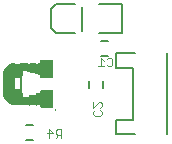
<source format=gbo>
G75*
G70*
%OFA0B0*%
%FSLAX24Y24*%
%IPPOS*%
%LPD*%
%AMOC8*
5,1,8,0,0,1.08239X$1,22.5*
%
%ADD10C,0.0020*%
%ADD11R,0.0001X0.0539*%
%ADD12R,0.0001X0.0550*%
%ADD13R,0.0001X0.0556*%
%ADD14R,0.0001X0.0555*%
%ADD15R,0.0001X0.0561*%
%ADD16R,0.0001X0.0560*%
%ADD17R,0.0001X0.0564*%
%ADD18R,0.0001X0.0564*%
%ADD19R,0.0001X0.0568*%
%ADD20R,0.0001X0.0567*%
%ADD21R,0.0001X0.0570*%
%ADD22R,0.0001X0.0574*%
%ADD23R,0.0001X0.0576*%
%ADD24R,0.0001X0.0578*%
%ADD25R,0.0001X0.0581*%
%ADD26R,0.0001X0.0580*%
%ADD27R,0.0001X0.0583*%
%ADD28R,0.0001X0.0582*%
%ADD29R,0.0001X0.0585*%
%ADD30R,0.0001X0.0586*%
%ADD31R,0.0001X0.0588*%
%ADD32R,0.0001X0.0590*%
%ADD33R,0.0001X0.0591*%
%ADD34R,0.0001X0.0593*%
%ADD35R,0.0001X0.0594*%
%ADD36R,0.0001X0.0596*%
%ADD37R,0.0001X0.0595*%
%ADD38R,0.0001X0.0597*%
%ADD39R,0.0001X0.0598*%
%ADD40R,0.0001X0.0598*%
%ADD41R,0.0001X0.0599*%
%ADD42R,0.0001X0.0601*%
%ADD43R,0.0001X0.0600*%
%ADD44R,0.0001X0.0602*%
%ADD45R,0.0001X0.0603*%
%ADD46R,0.0001X0.0604*%
%ADD47R,0.0001X0.0604*%
%ADD48R,0.0001X0.0605*%
%ADD49R,0.0001X0.0606*%
%ADD50R,0.0001X0.0606*%
%ADD51R,0.0001X0.0607*%
%ADD52R,0.0001X0.0609*%
%ADD53R,0.0001X0.0608*%
%ADD54R,0.0001X0.0610*%
%ADD55R,0.0001X0.0610*%
%ADD56R,0.0001X0.0611*%
%ADD57R,0.0001X0.0611*%
%ADD58R,0.0001X0.0612*%
%ADD59R,0.0001X0.0613*%
%ADD60R,0.0001X0.0602*%
%ADD61R,0.0001X0.0598*%
%ADD62R,0.0001X0.0594*%
%ADD63R,0.0001X0.0592*%
%ADD64R,0.0001X0.0590*%
%ADD65R,0.0001X0.0589*%
%ADD66R,0.0001X0.0587*%
%ADD67R,0.0001X0.0586*%
%ADD68R,0.0001X0.0582*%
%ADD69R,0.0001X0.0579*%
%ADD70R,0.0001X0.0577*%
%ADD71R,0.0001X0.0574*%
%ADD72R,0.0001X0.0571*%
%ADD73R,0.0001X0.0569*%
%ADD74R,0.0001X0.0584*%
%ADD75R,0.0001X0.0566*%
%ADD76R,0.0001X0.0562*%
%ADD77R,0.0001X0.0557*%
%ADD78R,0.0001X0.0552*%
%ADD79R,0.0001X0.0544*%
%ADD80R,0.0001X0.0413*%
%ADD81R,0.0001X0.0412*%
%ADD82R,0.0001X0.0411*%
%ADD83R,0.0001X0.0540*%
%ADD84R,0.0001X0.0383*%
%ADD85R,0.0001X0.0410*%
%ADD86R,0.0001X0.0382*%
%ADD87R,0.0001X0.0410*%
%ADD88R,0.0001X0.0409*%
%ADD89R,0.0001X0.0382*%
%ADD90R,0.0001X0.0408*%
%ADD91R,0.0001X0.0381*%
%ADD92R,0.0001X0.0407*%
%ADD93R,0.0001X0.0380*%
%ADD94R,0.0001X0.0406*%
%ADD95R,0.0001X0.0379*%
%ADD96R,0.0001X0.0406*%
%ADD97R,0.0001X0.0405*%
%ADD98R,0.0001X0.0378*%
%ADD99R,0.0001X0.0404*%
%ADD100R,0.0001X0.0378*%
%ADD101R,0.0001X0.0403*%
%ADD102R,0.0001X0.0377*%
%ADD103R,0.0001X0.0402*%
%ADD104R,0.0001X0.0376*%
%ADD105R,0.0001X0.0402*%
%ADD106R,0.0001X0.0375*%
%ADD107R,0.0001X0.0401*%
%ADD108R,0.0001X0.0400*%
%ADD109R,0.0001X0.0374*%
%ADD110R,0.0001X0.0399*%
%ADD111R,0.0001X0.0374*%
%ADD112R,0.0001X0.0398*%
%ADD113R,0.0001X0.0373*%
%ADD114R,0.0001X0.0398*%
%ADD115R,0.0001X0.0372*%
%ADD116R,0.0001X0.0397*%
%ADD117R,0.0001X0.0396*%
%ADD118R,0.0001X0.0371*%
%ADD119R,0.0001X0.0395*%
%ADD120R,0.0001X0.0370*%
%ADD121R,0.0001X0.0394*%
%ADD122R,0.0001X0.0370*%
%ADD123R,0.0001X0.0394*%
%ADD124R,0.0001X0.0369*%
%ADD125R,0.0001X0.0393*%
%ADD126R,0.0001X0.0392*%
%ADD127R,0.0001X0.0368*%
%ADD128R,0.0001X0.0391*%
%ADD129R,0.0001X0.0367*%
%ADD130R,0.0001X0.0390*%
%ADD131R,0.0001X0.0366*%
%ADD132R,0.0001X0.0390*%
%ADD133R,0.0001X0.0366*%
%ADD134R,0.0001X0.0389*%
%ADD135R,0.0001X0.0388*%
%ADD136R,0.0001X0.0365*%
%ADD137R,0.0001X0.0387*%
%ADD138R,0.0001X0.0364*%
%ADD139R,0.0001X0.0386*%
%ADD140R,0.0001X0.0363*%
%ADD141R,0.0001X0.0386*%
%ADD142R,0.0001X0.0362*%
%ADD143R,0.0001X0.0385*%
%ADD144R,0.0001X0.0362*%
%ADD145R,0.0001X0.0384*%
%ADD146R,0.0001X0.0361*%
%ADD147R,0.0001X0.0360*%
%ADD148R,0.0001X0.0359*%
%ADD149R,0.0001X0.0358*%
%ADD150R,0.0001X0.0358*%
%ADD151R,0.0001X0.0379*%
%ADD152R,0.0001X0.0357*%
%ADD153R,0.0001X0.0356*%
%ADD154R,0.0001X0.0355*%
%ADD155R,0.0001X0.0354*%
%ADD156R,0.0001X0.0354*%
%ADD157R,0.0001X0.0353*%
%ADD158R,0.0001X0.0373*%
%ADD159R,0.0001X0.0352*%
%ADD160R,0.0001X0.0351*%
%ADD161R,0.0001X0.0350*%
%ADD162R,0.0001X0.0350*%
%ADD163R,0.0001X0.0349*%
%ADD164R,0.0001X0.0348*%
%ADD165R,0.0001X0.0347*%
%ADD166R,0.0001X0.0346*%
%ADD167R,0.0001X0.0346*%
%ADD168R,0.0001X0.0345*%
%ADD169R,0.0001X0.0344*%
%ADD170R,0.0001X0.0343*%
%ADD171R,0.0001X0.0342*%
%ADD172R,0.0001X0.0342*%
%ADD173R,0.0001X0.0359*%
%ADD174R,0.0001X0.0341*%
%ADD175R,0.0001X0.0340*%
%ADD176R,0.0001X0.0339*%
%ADD177R,0.0001X0.0338*%
%ADD178R,0.0001X0.0338*%
%ADD179R,0.0001X0.0337*%
%ADD180R,0.0001X0.0353*%
%ADD181R,0.0001X0.0336*%
%ADD182R,0.0001X0.0335*%
%ADD183R,0.0001X0.0334*%
%ADD184R,0.0001X0.0334*%
%ADD185R,0.0001X0.0333*%
%ADD186R,0.0001X0.0332*%
%ADD187R,0.0001X0.0331*%
%ADD188R,0.0001X0.0330*%
%ADD189R,0.0001X0.0330*%
%ADD190R,0.0001X0.0329*%
%ADD191R,0.0001X0.0328*%
%ADD192R,0.0001X0.0327*%
%ADD193R,0.0001X0.0326*%
%ADD194R,0.0001X0.0326*%
%ADD195R,0.0001X0.0339*%
%ADD196R,0.0001X0.0325*%
%ADD197R,0.0001X0.0324*%
%ADD198R,0.0001X0.0323*%
%ADD199R,0.0001X0.0322*%
%ADD200R,0.0001X0.0322*%
%ADD201R,0.0001X0.0321*%
%ADD202R,0.0001X0.0320*%
%ADD203R,0.0001X0.0333*%
%ADD204R,0.0001X0.0319*%
%ADD205R,0.0001X0.0318*%
%ADD206R,0.0001X0.0318*%
%ADD207R,0.0001X0.0317*%
%ADD208R,0.0001X0.0316*%
%ADD209R,0.0001X0.0315*%
%ADD210R,0.0001X0.0314*%
%ADD211R,0.0001X0.0314*%
%ADD212R,0.0001X0.0313*%
%ADD213R,0.0001X0.0312*%
%ADD214R,0.0001X0.0311*%
%ADD215R,0.0001X0.0310*%
%ADD216R,0.0001X0.0310*%
%ADD217R,0.0001X0.0309*%
%ADD218R,0.0001X0.0319*%
%ADD219R,0.0001X0.0308*%
%ADD220R,0.0001X0.0307*%
%ADD221R,0.0001X0.0306*%
%ADD222R,0.0001X0.0306*%
%ADD223R,0.0001X0.0305*%
%ADD224R,0.0001X0.0304*%
%ADD225R,0.0001X0.0313*%
%ADD226R,0.0001X0.0303*%
%ADD227R,0.0001X0.0302*%
%ADD228R,0.0001X0.0302*%
%ADD229R,0.0001X0.0301*%
%ADD230R,0.0001X0.0300*%
%ADD231R,0.0001X0.0299*%
%ADD232R,0.0001X0.0298*%
%ADD233R,0.0001X0.0298*%
%ADD234R,0.0001X0.0297*%
%ADD235R,0.0001X0.0296*%
%ADD236R,0.0001X0.0295*%
%ADD237R,0.0001X0.0294*%
%ADD238R,0.0001X0.0294*%
%ADD239R,0.0001X0.0293*%
%ADD240R,0.0001X0.0299*%
%ADD241R,0.0001X0.0292*%
%ADD242R,0.0001X0.0291*%
%ADD243R,0.0001X0.0290*%
%ADD244R,0.0001X0.0290*%
%ADD245R,0.0001X0.0289*%
%ADD246R,0.0001X0.0288*%
%ADD247R,0.0001X0.0287*%
%ADD248R,0.0001X0.0293*%
%ADD249R,0.0001X0.0286*%
%ADD250R,0.0001X0.0286*%
%ADD251R,0.0001X0.0285*%
%ADD252R,0.0001X0.0284*%
%ADD253R,0.0001X0.0283*%
%ADD254R,0.0001X0.0282*%
%ADD255R,0.0001X0.0282*%
%ADD256R,0.0001X0.0281*%
%ADD257R,0.0001X0.0280*%
%ADD258R,0.0001X0.0279*%
%ADD259R,0.0001X0.0278*%
%ADD260R,0.0001X0.0278*%
%ADD261R,0.0001X0.0277*%
%ADD262R,0.0001X0.0276*%
%ADD263R,0.0001X0.0279*%
%ADD264R,0.0001X0.0275*%
%ADD265R,0.0001X0.0274*%
%ADD266R,0.0001X0.0274*%
%ADD267R,0.0001X0.0273*%
%ADD268R,0.0001X0.0272*%
%ADD269R,0.0001X0.0271*%
%ADD270R,0.0001X0.0273*%
%ADD271R,0.0001X0.0270*%
%ADD272R,0.0001X0.0270*%
%ADD273R,0.0001X0.0269*%
%ADD274R,0.0001X0.0268*%
%ADD275R,0.0001X0.0267*%
%ADD276R,0.0001X0.0266*%
%ADD277R,0.0001X0.0266*%
%ADD278R,0.0001X0.0265*%
%ADD279R,0.0001X0.0264*%
%ADD280R,0.0001X0.0263*%
%ADD281R,0.0001X0.0262*%
%ADD282R,0.0001X0.0262*%
%ADD283R,0.0001X0.0261*%
%ADD284R,0.0001X0.0260*%
%ADD285R,0.0001X0.0259*%
%ADD286R,0.0001X0.0259*%
%ADD287R,0.0001X0.0258*%
%ADD288R,0.0001X0.0258*%
%ADD289R,0.0001X0.0257*%
%ADD290R,0.0001X0.0256*%
%ADD291R,0.0001X0.0255*%
%ADD292R,0.0001X0.0254*%
%ADD293R,0.0001X0.0254*%
%ADD294R,0.0001X0.0253*%
%ADD295R,0.0001X0.0252*%
%ADD296R,0.0001X0.0251*%
%ADD297R,0.0001X0.0253*%
%ADD298R,0.0001X0.0250*%
%ADD299R,0.0001X0.0250*%
%ADD300R,0.0001X0.0249*%
%ADD301R,0.0001X0.0248*%
%ADD302R,0.0001X0.0247*%
%ADD303R,0.0001X0.0246*%
%ADD304R,0.0001X0.0246*%
%ADD305R,0.0001X0.0245*%
%ADD306R,0.0001X0.0244*%
%ADD307R,0.0001X0.0243*%
%ADD308R,0.0001X0.0242*%
%ADD309R,0.0001X0.0242*%
%ADD310R,0.0001X0.0241*%
%ADD311R,0.0001X0.0240*%
%ADD312R,0.0001X0.0239*%
%ADD313R,0.0001X0.0238*%
%ADD314R,0.0001X0.0238*%
%ADD315R,0.0001X0.0237*%
%ADD316R,0.0001X0.0415*%
%ADD317R,0.0001X0.1389*%
%ADD318R,0.0001X0.0514*%
%ADD319R,0.0001X0.0489*%
%ADD320R,0.0001X0.1388*%
%ADD321R,0.0001X0.1387*%
%ADD322R,0.0001X0.1386*%
%ADD323R,0.0001X0.1386*%
%ADD324R,0.0001X0.1385*%
%ADD325R,0.0001X0.1384*%
%ADD326R,0.0001X0.1383*%
%ADD327R,0.0001X0.1382*%
%ADD328R,0.0001X0.1382*%
%ADD329R,0.0001X0.1381*%
%ADD330R,0.0001X0.1380*%
%ADD331R,0.0001X0.1379*%
%ADD332R,0.0001X0.1378*%
%ADD333R,0.0001X0.1378*%
%ADD334R,0.0001X0.1376*%
%ADD335R,0.0001X0.1374*%
%ADD336R,0.0001X0.1373*%
%ADD337R,0.0001X0.1371*%
%ADD338R,0.0001X0.1370*%
%ADD339R,0.0001X0.1369*%
%ADD340R,0.0001X0.1368*%
%ADD341R,0.0001X0.1367*%
%ADD342R,0.0001X0.1366*%
%ADD343R,0.0001X0.1366*%
%ADD344R,0.0001X0.1365*%
%ADD345R,0.0001X0.1364*%
%ADD346R,0.0001X0.1363*%
%ADD347R,0.0001X0.1362*%
%ADD348R,0.0001X0.1362*%
%ADD349R,0.0001X0.1361*%
%ADD350R,0.0001X0.1360*%
%ADD351R,0.0001X0.1359*%
%ADD352R,0.0001X0.1358*%
%ADD353R,0.0001X0.1358*%
%ADD354R,0.0001X0.1357*%
%ADD355R,0.0001X0.1356*%
%ADD356R,0.0001X0.1355*%
%ADD357R,0.0001X0.1354*%
%ADD358R,0.0001X0.1354*%
%ADD359R,0.0001X0.1353*%
%ADD360R,0.0001X0.1352*%
%ADD361R,0.0001X0.1351*%
%ADD362R,0.0001X0.1350*%
%ADD363R,0.0001X0.1348*%
%ADD364R,0.0001X0.1346*%
%ADD365R,0.0001X0.1344*%
%ADD366R,0.0001X0.1342*%
%ADD367R,0.0001X0.1341*%
%ADD368R,0.0001X0.1339*%
%ADD369R,0.0001X0.1338*%
%ADD370R,0.0001X0.1336*%
%ADD371R,0.0001X0.1334*%
%ADD372R,0.0001X0.1333*%
%ADD373R,0.0001X0.1331*%
%ADD374R,0.0001X0.1330*%
%ADD375R,0.0001X0.1328*%
%ADD376R,0.0001X0.1326*%
%ADD377R,0.0001X0.1325*%
%ADD378R,0.0001X0.1323*%
%ADD379R,0.0001X0.1322*%
%ADD380R,0.0001X0.1320*%
%ADD381R,0.0001X0.1318*%
%ADD382R,0.0001X0.1317*%
%ADD383R,0.0001X0.1315*%
%ADD384R,0.0001X0.1314*%
%ADD385R,0.0001X0.1312*%
%ADD386R,0.0001X0.1310*%
%ADD387R,0.0001X0.1309*%
%ADD388R,0.0001X0.1307*%
%ADD389R,0.0001X0.1306*%
%ADD390R,0.0001X0.1304*%
%ADD391R,0.0001X0.1302*%
%ADD392R,0.0001X0.1301*%
%ADD393R,0.0001X0.1299*%
%ADD394R,0.0001X0.1298*%
%ADD395R,0.0001X0.1296*%
%ADD396R,0.0001X0.1294*%
%ADD397R,0.0001X0.1292*%
%ADD398R,0.0001X0.1290*%
%ADD399R,0.0001X0.1289*%
%ADD400R,0.0001X0.1287*%
%ADD401R,0.0001X0.1286*%
%ADD402R,0.0001X0.1284*%
%ADD403R,0.0001X0.1282*%
%ADD404R,0.0001X0.1281*%
%ADD405R,0.0001X0.1279*%
%ADD406R,0.0001X0.1278*%
%ADD407R,0.0001X0.1276*%
%ADD408R,0.0001X0.1274*%
%ADD409R,0.0001X0.1273*%
%ADD410R,0.0001X0.1271*%
%ADD411R,0.0001X0.1270*%
%ADD412R,0.0001X0.1268*%
%ADD413R,0.0001X0.1266*%
%ADD414R,0.0001X0.1264*%
%ADD415R,0.0001X0.1262*%
%ADD416R,0.0001X0.1261*%
%ADD417R,0.0001X0.1259*%
%ADD418R,0.0001X0.1258*%
%ADD419R,0.0001X0.1256*%
%ADD420R,0.0001X0.1254*%
%ADD421R,0.0001X0.1253*%
%ADD422R,0.0001X0.1251*%
%ADD423R,0.0001X0.1250*%
%ADD424R,0.0001X0.1248*%
%ADD425R,0.0001X0.1246*%
%ADD426R,0.0001X0.1245*%
%ADD427R,0.0001X0.1243*%
%ADD428R,0.0001X0.1242*%
%ADD429R,0.0001X0.1240*%
%ADD430R,0.0001X0.1238*%
%ADD431R,0.0001X0.1237*%
%ADD432R,0.0001X0.1235*%
%ADD433R,0.0001X0.1234*%
%ADD434R,0.0001X0.1232*%
%ADD435R,0.0001X0.1230*%
%ADD436R,0.0001X0.1229*%
%ADD437R,0.0001X0.1227*%
%ADD438R,0.0001X0.1226*%
%ADD439R,0.0001X0.1224*%
%ADD440R,0.0001X0.1222*%
%ADD441R,0.0001X0.1221*%
%ADD442R,0.0001X0.1219*%
%ADD443R,0.0001X0.1218*%
%ADD444R,0.0001X0.1216*%
%ADD445R,0.0001X0.1214*%
%ADD446R,0.0001X0.1212*%
%ADD447R,0.0001X0.1210*%
%ADD448R,0.0001X0.1209*%
%ADD449R,0.0001X0.1207*%
%ADD450R,0.0001X0.1206*%
%ADD451R,0.0001X0.1204*%
%ADD452R,0.0001X0.1202*%
%ADD453R,0.0001X0.1201*%
%ADD454R,0.0001X0.1199*%
%ADD455R,0.0001X0.1198*%
%ADD456R,0.0001X0.1196*%
%ADD457R,0.0001X0.1194*%
%ADD458R,0.0001X0.1193*%
%ADD459R,0.0001X0.1191*%
%ADD460R,0.0001X0.1190*%
%ADD461R,0.0001X0.1188*%
%ADD462R,0.0001X0.1186*%
%ADD463R,0.0001X0.1184*%
%ADD464R,0.0001X0.1182*%
%ADD465R,0.0001X0.1181*%
%ADD466R,0.0001X0.1179*%
%ADD467R,0.0001X0.1178*%
%ADD468R,0.0001X0.1176*%
%ADD469R,0.0001X0.1174*%
%ADD470R,0.0001X0.1173*%
%ADD471R,0.0001X0.1171*%
%ADD472R,0.0001X0.1170*%
%ADD473R,0.0001X0.1168*%
%ADD474R,0.0001X0.1166*%
%ADD475R,0.0001X0.1165*%
%ADD476R,0.0001X0.1163*%
%ADD477R,0.0001X0.1162*%
%ADD478R,0.0001X0.1160*%
%ADD479R,0.0001X0.1158*%
%ADD480R,0.0001X0.1157*%
%ADD481R,0.0001X0.1155*%
%ADD482R,0.0001X0.1154*%
%ADD483R,0.0001X0.1152*%
%ADD484R,0.0001X0.1150*%
%ADD485R,0.0001X0.1149*%
%ADD486R,0.0001X0.1147*%
%ADD487R,0.0001X0.1146*%
%ADD488R,0.0001X0.1144*%
%ADD489R,0.0001X0.1142*%
%ADD490R,0.0001X0.1141*%
%ADD491R,0.0001X0.1139*%
%ADD492R,0.0001X0.1138*%
%ADD493R,0.0001X0.1136*%
%ADD494R,0.0001X0.1134*%
%ADD495R,0.0001X0.1132*%
%ADD496R,0.0001X0.1130*%
%ADD497R,0.0001X0.1129*%
%ADD498R,0.0001X0.1127*%
%ADD499R,0.0001X0.1126*%
%ADD500R,0.0001X0.1124*%
%ADD501R,0.0001X0.1122*%
%ADD502R,0.0001X0.1121*%
%ADD503R,0.0001X0.1119*%
%ADD504R,0.0001X0.1118*%
%ADD505R,0.0001X0.1116*%
%ADD506R,0.0001X0.1114*%
%ADD507R,0.0001X0.1113*%
%ADD508R,0.0001X0.1111*%
%ADD509R,0.0001X0.1110*%
%ADD510R,0.0001X0.1107*%
%ADD511R,0.0001X0.1106*%
%ADD512R,0.0001X0.1104*%
%ADD513R,0.0001X0.1102*%
%ADD514R,0.0001X0.1101*%
%ADD515R,0.0001X0.1099*%
%ADD516R,0.0001X0.1098*%
%ADD517R,0.0001X0.1096*%
%ADD518R,0.0001X0.1094*%
%ADD519R,0.0001X0.1093*%
%ADD520R,0.0001X0.1091*%
%ADD521R,0.0001X0.1090*%
%ADD522R,0.0001X0.1088*%
%ADD523R,0.0001X0.1086*%
%ADD524R,0.0001X0.1085*%
%ADD525R,0.0001X0.1083*%
%ADD526R,0.0001X0.1082*%
%ADD527R,0.0001X0.1080*%
%ADD528R,0.0001X0.1078*%
%ADD529R,0.0001X0.1077*%
%ADD530R,0.0001X0.1075*%
%ADD531R,0.0001X0.1074*%
%ADD532R,0.0001X0.1072*%
%ADD533R,0.0001X0.1070*%
%ADD534R,0.0001X0.1069*%
%ADD535R,0.0001X0.1067*%
%ADD536R,0.0001X0.1066*%
%ADD537R,0.0001X0.1064*%
%ADD538R,0.0001X0.1062*%
%ADD539R,0.0001X0.1061*%
%ADD540R,0.0001X0.1059*%
%ADD541R,0.0001X0.1058*%
%ADD542R,0.0001X0.1056*%
%ADD543R,0.0001X0.1054*%
%ADD544R,0.0001X0.1052*%
%ADD545R,0.0001X0.1050*%
%ADD546R,0.0001X0.1049*%
%ADD547R,0.0001X0.1047*%
%ADD548R,0.0001X0.1046*%
%ADD549R,0.0001X0.1044*%
%ADD550R,0.0001X0.1042*%
%ADD551R,0.0001X0.1041*%
%ADD552R,0.0001X0.1039*%
%ADD553R,0.0001X0.1038*%
%ADD554R,0.0001X0.1036*%
%ADD555R,0.0001X0.1034*%
%ADD556R,0.0001X0.1033*%
%ADD557R,0.0001X0.1031*%
%ADD558R,0.0001X0.1030*%
%ADD559R,0.0001X0.1027*%
%ADD560R,0.0001X0.1026*%
%ADD561R,0.0001X0.1024*%
%ADD562R,0.0001X0.1022*%
%ADD563R,0.0001X0.1021*%
%ADD564R,0.0001X0.1019*%
%ADD565R,0.0001X0.1018*%
%ADD566R,0.0001X0.1016*%
%ADD567R,0.0001X0.1014*%
%ADD568R,0.0001X0.1013*%
%ADD569R,0.0001X0.1011*%
%ADD570R,0.0001X0.1010*%
%ADD571R,0.0001X0.1008*%
%ADD572R,0.0001X0.1006*%
%ADD573R,0.0001X0.1005*%
%ADD574R,0.0001X0.1003*%
%ADD575R,0.0001X0.1002*%
%ADD576R,0.0001X0.1000*%
%ADD577R,0.0001X0.0998*%
%ADD578R,0.0001X0.0997*%
%ADD579R,0.0001X0.0995*%
%ADD580R,0.0001X0.0994*%
%ADD581R,0.0001X0.0992*%
%ADD582R,0.0001X0.0990*%
%ADD583R,0.0001X0.0989*%
%ADD584R,0.0001X0.0987*%
%ADD585R,0.0001X0.0986*%
%ADD586R,0.0001X0.0984*%
%ADD587R,0.0001X0.0982*%
%ADD588R,0.0001X0.0981*%
%ADD589R,0.0001X0.0979*%
%ADD590R,0.0001X0.0978*%
%ADD591R,0.0001X0.0976*%
%ADD592R,0.0001X0.0974*%
%ADD593R,0.0001X0.0972*%
%ADD594R,0.0001X0.0970*%
%ADD595R,0.0001X0.0969*%
%ADD596R,0.0001X0.0967*%
%ADD597R,0.0001X0.0966*%
%ADD598R,0.0001X0.0964*%
%ADD599R,0.0001X0.0962*%
%ADD600R,0.0001X0.0961*%
%ADD601R,0.0001X0.0959*%
%ADD602R,0.0001X0.0958*%
%ADD603R,0.0001X0.0956*%
%ADD604R,0.0001X0.0954*%
%ADD605R,0.0001X0.0953*%
%ADD606R,0.0001X0.0951*%
%ADD607R,0.0001X0.0950*%
%ADD608R,0.0001X0.0947*%
%ADD609R,0.0001X0.0946*%
%ADD610R,0.0001X0.0944*%
%ADD611R,0.0001X0.0942*%
%ADD612R,0.0001X0.0941*%
%ADD613R,0.0001X0.0939*%
%ADD614R,0.0001X0.0938*%
%ADD615R,0.0001X0.0936*%
%ADD616R,0.0001X0.0934*%
%ADD617R,0.0001X0.0933*%
%ADD618R,0.0001X0.0931*%
%ADD619R,0.0001X0.0930*%
%ADD620R,0.0001X0.0928*%
%ADD621R,0.0001X0.0926*%
%ADD622R,0.0001X0.0925*%
%ADD623R,0.0001X0.0923*%
%ADD624R,0.0001X0.0922*%
%ADD625R,0.0001X0.0920*%
%ADD626R,0.0001X0.0918*%
%ADD627R,0.0001X0.0917*%
%ADD628R,0.0001X0.0914*%
%ADD629R,0.0001X0.0909*%
%ADD630R,0.0001X0.0905*%
%ADD631R,0.0001X0.0901*%
%ADD632R,0.0001X0.0896*%
%ADD633R,0.0001X0.0891*%
%ADD634R,0.0001X0.0886*%
%ADD635R,0.0001X0.0882*%
%ADD636R,0.0001X0.0876*%
%ADD637R,0.0001X0.0871*%
%ADD638R,0.0001X0.0866*%
%ADD639R,0.0001X0.0860*%
%ADD640R,0.0001X0.0854*%
%ADD641R,0.0001X0.0848*%
%ADD642R,0.0001X0.0842*%
%ADD643R,0.0001X0.0835*%
%ADD644R,0.0001X0.0829*%
%ADD645R,0.0001X0.0821*%
%ADD646R,0.0001X0.0813*%
%ADD647R,0.0001X0.0804*%
%ADD648R,0.0001X0.0794*%
%ADD649R,0.0001X0.0782*%
%ADD650R,0.0001X0.0763*%
%ADD651C,0.0000*%
%ADD652C,0.0080*%
%ADD653C,0.0060*%
%ADD654C,0.0050*%
D10*
X005624Y001835D02*
X005624Y002115D01*
X005764Y001975D01*
X005577Y001975D01*
X005853Y001975D02*
X005900Y001928D01*
X006040Y001928D01*
X005947Y001928D02*
X005853Y001835D01*
X005853Y001975D02*
X005853Y002069D01*
X005900Y002115D01*
X006040Y002115D01*
X006040Y001835D01*
X007110Y002604D02*
X007157Y002558D01*
X007344Y002558D01*
X007390Y002604D01*
X007390Y002698D01*
X007344Y002744D01*
X007344Y002834D02*
X007390Y002880D01*
X007390Y002974D01*
X007344Y003021D01*
X007297Y003021D01*
X007110Y002834D01*
X007110Y003021D01*
X007157Y002744D02*
X007110Y002698D01*
X007110Y002604D01*
X007279Y004210D02*
X007466Y004210D01*
X007373Y004210D02*
X007373Y004490D01*
X007466Y004397D01*
X007556Y004444D02*
X007602Y004490D01*
X007696Y004490D01*
X007742Y004444D01*
X007742Y004257D01*
X007696Y004210D01*
X007602Y004210D01*
X007556Y004257D01*
D11*
X005782Y004109D03*
X005782Y003122D03*
D12*
X005782Y003122D03*
X005782Y004109D03*
X005378Y004109D03*
D13*
X005781Y003122D03*
D14*
X005781Y004109D03*
X005379Y004109D03*
D15*
X005780Y003122D03*
D16*
X005780Y004109D03*
X005380Y004109D03*
D17*
X005779Y003122D03*
D18*
X005779Y004109D03*
X005381Y004109D03*
D19*
X005778Y003122D03*
D20*
X005778Y004109D03*
X005382Y004109D03*
D21*
X005382Y004109D03*
X005778Y004109D03*
X005778Y003122D03*
D22*
X005777Y003122D03*
X005777Y004109D03*
X005383Y004109D03*
D23*
X005384Y004109D03*
X005776Y004109D03*
X005776Y003122D03*
D24*
X005775Y003122D03*
X005775Y004109D03*
X005385Y004109D03*
D25*
X005386Y004109D03*
X005774Y003122D03*
D26*
X005774Y004109D03*
D27*
X005774Y003122D03*
X005392Y003122D03*
D28*
X005386Y004109D03*
X005774Y004109D03*
D29*
X005773Y004109D03*
X005773Y003122D03*
D30*
X005772Y003122D03*
X005772Y004109D03*
X005388Y004109D03*
D31*
X005389Y004109D03*
X005771Y004109D03*
X005771Y003122D03*
D32*
X005770Y003122D03*
X005770Y004109D03*
X005390Y004109D03*
D33*
X005390Y004109D03*
X005770Y004109D03*
X005770Y003122D03*
D34*
X005769Y003122D03*
X005769Y004109D03*
X005391Y004109D03*
D35*
X005768Y004109D03*
X005768Y003122D03*
X005398Y003122D03*
D36*
X005398Y003122D03*
X005767Y003122D03*
D37*
X005767Y004109D03*
X005393Y004109D03*
D38*
X005394Y004109D03*
X005766Y004109D03*
X005766Y003122D03*
D39*
X005766Y003122D03*
X005400Y003122D03*
D40*
X005394Y004109D03*
X005766Y004109D03*
D41*
X005765Y004109D03*
X005395Y004109D03*
X005401Y003122D03*
X005765Y003122D03*
D42*
X005764Y003122D03*
X005763Y003122D03*
X005402Y003122D03*
X005397Y004109D03*
X005763Y004109D03*
D43*
X005764Y004109D03*
X005396Y004109D03*
D44*
X005398Y004109D03*
X005762Y004109D03*
X005762Y004109D03*
X005762Y003122D03*
X005403Y003122D03*
D45*
X005404Y003122D03*
X005762Y003122D03*
D46*
X005761Y003122D03*
X005405Y003122D03*
D47*
X005399Y004109D03*
X005761Y004109D03*
D48*
X005760Y004109D03*
X005400Y004109D03*
X005406Y003122D03*
X005760Y003122D03*
D49*
X005759Y003122D03*
X005406Y003122D03*
X005402Y004109D03*
X005401Y004109D03*
X005758Y004109D03*
X005759Y004109D03*
D50*
X005758Y003122D03*
X005407Y003122D03*
D51*
X005408Y003122D03*
X005757Y003122D03*
X005758Y003122D03*
X005757Y004109D03*
X005758Y004109D03*
X005403Y004109D03*
X005402Y004109D03*
D52*
X005405Y004109D03*
X005406Y004109D03*
X005754Y004109D03*
X005755Y004109D03*
X005754Y003122D03*
X005755Y003122D03*
X005756Y003122D03*
X005410Y003122D03*
X005410Y003122D03*
D53*
X005409Y003122D03*
X005404Y004109D03*
X005756Y004109D03*
D54*
X005754Y004109D03*
X005406Y004109D03*
X005411Y003122D03*
X005754Y003122D03*
D55*
X005753Y003122D03*
X005752Y003122D03*
X005414Y003122D03*
X005413Y003122D03*
X005412Y003122D03*
X005409Y004109D03*
X005408Y004109D03*
X005407Y004109D03*
X005751Y004109D03*
X005752Y004109D03*
X005753Y004109D03*
D56*
X005751Y003122D03*
X005750Y003122D03*
X005414Y003122D03*
D57*
X005410Y004109D03*
X005750Y004109D03*
D58*
X005750Y004109D03*
X005749Y004109D03*
X005748Y004109D03*
X005747Y004109D03*
X005746Y004109D03*
X005414Y004109D03*
X005413Y004109D03*
X005412Y004109D03*
X005411Y004109D03*
X005410Y004109D03*
X005415Y003122D03*
X005416Y003122D03*
X005417Y003122D03*
X005418Y003122D03*
X005418Y003122D03*
X005747Y003122D03*
X005748Y003122D03*
X005749Y003122D03*
X005750Y003122D03*
D59*
X005746Y003122D03*
X005746Y003122D03*
X005745Y003122D03*
X005744Y003122D03*
X005743Y003122D03*
X005742Y003122D03*
X005742Y003122D03*
X005741Y003122D03*
X005740Y003122D03*
X005739Y003122D03*
X005738Y003122D03*
X005738Y003122D03*
X005737Y003122D03*
X005736Y003122D03*
X005735Y003122D03*
X005734Y003122D03*
X005734Y003122D03*
X005733Y003122D03*
X005732Y003122D03*
X005731Y003122D03*
X005730Y003122D03*
X005730Y003122D03*
X005729Y003122D03*
X005728Y003122D03*
X005727Y003122D03*
X005726Y003122D03*
X005726Y003122D03*
X005725Y003122D03*
X005724Y003122D03*
X005723Y003122D03*
X005722Y003122D03*
X005722Y003122D03*
X005721Y003122D03*
X005720Y003122D03*
X005719Y003122D03*
X005718Y003122D03*
X005718Y003122D03*
X005717Y003122D03*
X005716Y003122D03*
X005715Y003122D03*
X005714Y003122D03*
X005714Y003122D03*
X005713Y003122D03*
X005712Y003122D03*
X005711Y003122D03*
X005710Y003122D03*
X005710Y003122D03*
X005709Y003122D03*
X005708Y003122D03*
X005707Y003122D03*
X005706Y003122D03*
X005706Y003122D03*
X005705Y003122D03*
X005704Y003122D03*
X005703Y003122D03*
X005702Y003122D03*
X005702Y003122D03*
X005701Y003122D03*
X005700Y003122D03*
X005699Y003122D03*
X005698Y003122D03*
X005698Y003122D03*
X005697Y003122D03*
X005696Y003122D03*
X005695Y003122D03*
X005694Y003122D03*
X005694Y003122D03*
X005693Y003122D03*
X005692Y003122D03*
X005691Y003122D03*
X005690Y003122D03*
X005690Y003122D03*
X005689Y003122D03*
X005688Y003122D03*
X005687Y003122D03*
X005686Y003122D03*
X005686Y003122D03*
X005685Y003122D03*
X005684Y003122D03*
X005683Y003122D03*
X005682Y003122D03*
X005682Y003122D03*
X005681Y003122D03*
X005680Y003122D03*
X005679Y003122D03*
X005678Y003122D03*
X005678Y003122D03*
X005677Y003122D03*
X005676Y003122D03*
X005675Y003122D03*
X005674Y003122D03*
X005674Y003122D03*
X005673Y003122D03*
X005672Y003122D03*
X005671Y003122D03*
X005670Y003122D03*
X005670Y003122D03*
X005669Y003122D03*
X005668Y003122D03*
X005667Y003122D03*
X005666Y003122D03*
X005666Y003122D03*
X005665Y003122D03*
X005664Y003122D03*
X005663Y003122D03*
X005662Y003122D03*
X005662Y003122D03*
X005661Y003122D03*
X005660Y003122D03*
X005659Y003122D03*
X005658Y003122D03*
X005658Y003122D03*
X005657Y003122D03*
X005656Y003122D03*
X005655Y003122D03*
X005654Y003122D03*
X005654Y003122D03*
X005653Y003122D03*
X005652Y003122D03*
X005651Y003122D03*
X005650Y003122D03*
X005650Y003122D03*
X005649Y003122D03*
X005648Y003122D03*
X005647Y003122D03*
X005646Y003122D03*
X005646Y003122D03*
X005645Y003122D03*
X005644Y003122D03*
X005643Y003122D03*
X005642Y003122D03*
X005642Y003122D03*
X005641Y003122D03*
X005640Y003122D03*
X005639Y003122D03*
X005638Y003122D03*
X005638Y003122D03*
X005637Y003122D03*
X005636Y003122D03*
X005635Y003122D03*
X005634Y003122D03*
X005634Y003122D03*
X005633Y003122D03*
X005632Y003122D03*
X005631Y003122D03*
X005630Y003122D03*
X005630Y003122D03*
X005629Y003122D03*
X005628Y003122D03*
X005627Y003122D03*
X005626Y003122D03*
X005626Y003122D03*
X005625Y003122D03*
X005624Y003122D03*
X005623Y003122D03*
X005622Y003122D03*
X005622Y003122D03*
X005621Y003122D03*
X005620Y003122D03*
X005619Y003122D03*
X005618Y003122D03*
X005618Y003122D03*
X005617Y003122D03*
X005616Y003122D03*
X005615Y003122D03*
X005614Y003122D03*
X005614Y003122D03*
X005613Y003122D03*
X005612Y003122D03*
X005611Y003122D03*
X005610Y003122D03*
X005610Y003122D03*
X005609Y003122D03*
X005608Y003122D03*
X005607Y003122D03*
X005606Y003122D03*
X005606Y003122D03*
X005605Y003122D03*
X005604Y003122D03*
X005603Y003122D03*
X005602Y003122D03*
X005602Y003122D03*
X005601Y003122D03*
X005600Y003122D03*
X005599Y003122D03*
X005598Y003122D03*
X005598Y003122D03*
X005597Y003122D03*
X005596Y003122D03*
X005595Y003122D03*
X005594Y003122D03*
X005594Y003122D03*
X005593Y003122D03*
X005592Y003122D03*
X005591Y003122D03*
X005590Y003122D03*
X005590Y003122D03*
X005589Y003122D03*
X005588Y003122D03*
X005587Y003122D03*
X005586Y003122D03*
X005586Y003122D03*
X005585Y003122D03*
X005584Y003122D03*
X005583Y003122D03*
X005582Y003122D03*
X005582Y003122D03*
X005581Y003122D03*
X005580Y003122D03*
X005579Y003122D03*
X005578Y003122D03*
X005578Y003122D03*
X005577Y003122D03*
X005576Y003122D03*
X005575Y003122D03*
X005574Y003122D03*
X005574Y003122D03*
X005573Y003122D03*
X005572Y003122D03*
X005571Y003122D03*
X005570Y003122D03*
X005570Y003122D03*
X005569Y003122D03*
X005568Y003122D03*
X005567Y003122D03*
X005566Y003122D03*
X005566Y003122D03*
X005565Y003122D03*
X005564Y003122D03*
X005563Y003122D03*
X005562Y003122D03*
X005562Y003122D03*
X005561Y003122D03*
X005560Y003122D03*
X005559Y003122D03*
X005558Y003122D03*
X005558Y003122D03*
X005557Y003122D03*
X005556Y003122D03*
X005555Y003122D03*
X005554Y003122D03*
X005554Y003122D03*
X005553Y003122D03*
X005552Y003122D03*
X005551Y003122D03*
X005550Y003122D03*
X005550Y003122D03*
X005549Y003122D03*
X005548Y003122D03*
X005547Y003122D03*
X005546Y003122D03*
X005546Y003122D03*
X005545Y003122D03*
X005544Y003122D03*
X005543Y003122D03*
X005542Y003122D03*
X005542Y003122D03*
X005541Y003122D03*
X005540Y003122D03*
X005539Y003122D03*
X005538Y003122D03*
X005538Y003122D03*
X005537Y003122D03*
X005536Y003122D03*
X005535Y003122D03*
X005534Y003122D03*
X005534Y003122D03*
X005533Y003122D03*
X005532Y003122D03*
X005531Y003122D03*
X005530Y003122D03*
X005530Y003122D03*
X005529Y003122D03*
X005528Y003122D03*
X005527Y003122D03*
X005526Y003122D03*
X005526Y003122D03*
X005525Y003122D03*
X005524Y003122D03*
X005523Y003122D03*
X005522Y003122D03*
X005522Y003122D03*
X005521Y003122D03*
X005520Y003122D03*
X005519Y003122D03*
X005518Y003122D03*
X005518Y003122D03*
X005517Y003122D03*
X005516Y003122D03*
X005515Y003122D03*
X005514Y003122D03*
X005514Y003122D03*
X005513Y003122D03*
X005512Y003122D03*
X005511Y003122D03*
X005510Y003122D03*
X005510Y003122D03*
X005509Y003122D03*
X005508Y003122D03*
X005507Y003122D03*
X005506Y003122D03*
X005506Y003122D03*
X005505Y003122D03*
X005504Y003122D03*
X005503Y003122D03*
X005502Y003122D03*
X005502Y003122D03*
X005501Y003122D03*
X005500Y003122D03*
X005499Y003122D03*
X005498Y003122D03*
X005498Y003122D03*
X005497Y003122D03*
X005496Y003122D03*
X005495Y003122D03*
X005494Y003122D03*
X005494Y003122D03*
X005493Y003122D03*
X005492Y003122D03*
X005491Y003122D03*
X005490Y003122D03*
X005490Y003122D03*
X005489Y003122D03*
X005488Y003122D03*
X005487Y003122D03*
X005486Y003122D03*
X005486Y003122D03*
X005485Y003122D03*
X005484Y003122D03*
X005483Y003122D03*
X005482Y003122D03*
X005482Y003122D03*
X005481Y003122D03*
X005480Y003122D03*
X005479Y003122D03*
X005478Y003122D03*
X005478Y003122D03*
X005477Y003122D03*
X005476Y003122D03*
X005475Y003122D03*
X005474Y003122D03*
X005474Y003122D03*
X005473Y003122D03*
X005472Y003122D03*
X005471Y003122D03*
X005470Y003122D03*
X005470Y003122D03*
X005469Y003122D03*
X005468Y003122D03*
X005467Y003122D03*
X005466Y003122D03*
X005466Y003122D03*
X005465Y003122D03*
X005464Y003122D03*
X005463Y003122D03*
X005462Y003122D03*
X005462Y003122D03*
X005461Y003122D03*
X005460Y003122D03*
X005459Y003122D03*
X005458Y003122D03*
X005458Y003122D03*
X005457Y003122D03*
X005456Y003122D03*
X005455Y003122D03*
X005454Y003122D03*
X005454Y003122D03*
X005453Y003122D03*
X005452Y003122D03*
X005451Y003122D03*
X005450Y003122D03*
X005450Y003122D03*
X005449Y003122D03*
X005448Y003122D03*
X005447Y003122D03*
X005446Y003122D03*
X005446Y003122D03*
X005445Y003122D03*
X005444Y003122D03*
X005443Y003122D03*
X005442Y003122D03*
X005442Y003122D03*
X005441Y003122D03*
X005440Y003122D03*
X005439Y003122D03*
X005438Y003122D03*
X005438Y003122D03*
X005437Y003122D03*
X005436Y003122D03*
X005435Y003122D03*
X005434Y003122D03*
X005434Y003122D03*
X005433Y003122D03*
X005432Y003122D03*
X005431Y003122D03*
X005430Y003122D03*
X005430Y003122D03*
X005429Y003122D03*
X005428Y003122D03*
X005427Y003122D03*
X005426Y003122D03*
X005426Y003122D03*
X005425Y003122D03*
X005424Y003122D03*
X005423Y003122D03*
X005422Y003122D03*
X005422Y003122D03*
X005421Y003122D03*
X005420Y003122D03*
X005419Y003122D03*
X005418Y004109D03*
X005418Y004109D03*
X005419Y004109D03*
X005420Y004109D03*
X005421Y004109D03*
X005422Y004109D03*
X005422Y004109D03*
X005423Y004109D03*
X005424Y004109D03*
X005425Y004109D03*
X005426Y004109D03*
X005426Y004109D03*
X005427Y004109D03*
X005428Y004109D03*
X005429Y004109D03*
X005430Y004109D03*
X005430Y004109D03*
X005431Y004109D03*
X005432Y004109D03*
X005433Y004109D03*
X005434Y004109D03*
X005434Y004109D03*
X005435Y004109D03*
X005436Y004109D03*
X005437Y004109D03*
X005438Y004109D03*
X005438Y004109D03*
X005439Y004109D03*
X005440Y004109D03*
X005441Y004109D03*
X005442Y004109D03*
X005442Y004109D03*
X005443Y004109D03*
X005444Y004109D03*
X005445Y004109D03*
X005446Y004109D03*
X005446Y004109D03*
X005447Y004109D03*
X005448Y004109D03*
X005449Y004109D03*
X005450Y004109D03*
X005450Y004109D03*
X005451Y004109D03*
X005452Y004109D03*
X005453Y004109D03*
X005454Y004109D03*
X005454Y004109D03*
X005455Y004109D03*
X005456Y004109D03*
X005457Y004109D03*
X005458Y004109D03*
X005458Y004109D03*
X005459Y004109D03*
X005460Y004109D03*
X005461Y004109D03*
X005462Y004109D03*
X005462Y004109D03*
X005463Y004109D03*
X005464Y004109D03*
X005465Y004109D03*
X005466Y004109D03*
X005466Y004109D03*
X005467Y004109D03*
X005468Y004109D03*
X005469Y004109D03*
X005470Y004109D03*
X005470Y004109D03*
X005471Y004109D03*
X005472Y004109D03*
X005473Y004109D03*
X005474Y004109D03*
X005474Y004109D03*
X005475Y004109D03*
X005476Y004109D03*
X005477Y004109D03*
X005478Y004109D03*
X005478Y004109D03*
X005479Y004109D03*
X005480Y004109D03*
X005481Y004109D03*
X005482Y004109D03*
X005482Y004109D03*
X005483Y004109D03*
X005484Y004109D03*
X005485Y004109D03*
X005486Y004109D03*
X005486Y004109D03*
X005487Y004109D03*
X005488Y004109D03*
X005489Y004109D03*
X005490Y004109D03*
X005490Y004109D03*
X005491Y004109D03*
X005492Y004109D03*
X005493Y004109D03*
X005494Y004109D03*
X005494Y004109D03*
X005495Y004109D03*
X005496Y004109D03*
X005497Y004109D03*
X005498Y004109D03*
X005498Y004109D03*
X005499Y004109D03*
X005500Y004109D03*
X005501Y004109D03*
X005502Y004109D03*
X005502Y004109D03*
X005503Y004109D03*
X005504Y004109D03*
X005505Y004109D03*
X005506Y004109D03*
X005506Y004109D03*
X005507Y004109D03*
X005508Y004109D03*
X005509Y004109D03*
X005510Y004109D03*
X005510Y004109D03*
X005511Y004109D03*
X005512Y004109D03*
X005513Y004109D03*
X005514Y004109D03*
X005514Y004109D03*
X005515Y004109D03*
X005516Y004109D03*
X005517Y004109D03*
X005518Y004109D03*
X005518Y004109D03*
X005519Y004109D03*
X005520Y004109D03*
X005521Y004109D03*
X005522Y004109D03*
X005522Y004109D03*
X005523Y004109D03*
X005524Y004109D03*
X005525Y004109D03*
X005526Y004109D03*
X005526Y004109D03*
X005527Y004109D03*
X005528Y004109D03*
X005529Y004109D03*
X005530Y004109D03*
X005530Y004109D03*
X005531Y004109D03*
X005532Y004109D03*
X005533Y004109D03*
X005534Y004109D03*
X005534Y004109D03*
X005535Y004109D03*
X005536Y004109D03*
X005537Y004109D03*
X005538Y004109D03*
X005538Y004109D03*
X005539Y004109D03*
X005540Y004109D03*
X005541Y004109D03*
X005542Y004109D03*
X005542Y004109D03*
X005543Y004109D03*
X005544Y004109D03*
X005545Y004109D03*
X005546Y004109D03*
X005546Y004109D03*
X005547Y004109D03*
X005548Y004109D03*
X005549Y004109D03*
X005550Y004109D03*
X005550Y004109D03*
X005551Y004109D03*
X005552Y004109D03*
X005553Y004109D03*
X005554Y004109D03*
X005554Y004109D03*
X005555Y004109D03*
X005556Y004109D03*
X005557Y004109D03*
X005558Y004109D03*
X005558Y004109D03*
X005559Y004109D03*
X005560Y004109D03*
X005561Y004109D03*
X005562Y004109D03*
X005562Y004109D03*
X005563Y004109D03*
X005564Y004109D03*
X005565Y004109D03*
X005566Y004109D03*
X005566Y004109D03*
X005567Y004109D03*
X005568Y004109D03*
X005569Y004109D03*
X005570Y004109D03*
X005570Y004109D03*
X005571Y004109D03*
X005572Y004109D03*
X005573Y004109D03*
X005574Y004109D03*
X005574Y004109D03*
X005575Y004109D03*
X005576Y004109D03*
X005577Y004109D03*
X005578Y004109D03*
X005578Y004109D03*
X005579Y004109D03*
X005580Y004109D03*
X005581Y004109D03*
X005582Y004109D03*
X005582Y004109D03*
X005583Y004109D03*
X005584Y004109D03*
X005585Y004109D03*
X005586Y004109D03*
X005586Y004109D03*
X005587Y004109D03*
X005588Y004109D03*
X005589Y004109D03*
X005590Y004109D03*
X005590Y004109D03*
X005591Y004109D03*
X005592Y004109D03*
X005593Y004109D03*
X005594Y004109D03*
X005594Y004109D03*
X005595Y004109D03*
X005596Y004109D03*
X005597Y004109D03*
X005598Y004109D03*
X005598Y004109D03*
X005599Y004109D03*
X005600Y004109D03*
X005601Y004109D03*
X005602Y004109D03*
X005602Y004109D03*
X005603Y004109D03*
X005604Y004109D03*
X005605Y004109D03*
X005606Y004109D03*
X005606Y004109D03*
X005607Y004109D03*
X005608Y004109D03*
X005609Y004109D03*
X005610Y004109D03*
X005610Y004109D03*
X005611Y004109D03*
X005612Y004109D03*
X005613Y004109D03*
X005614Y004109D03*
X005614Y004109D03*
X005615Y004109D03*
X005616Y004109D03*
X005617Y004109D03*
X005618Y004109D03*
X005618Y004109D03*
X005619Y004109D03*
X005620Y004109D03*
X005621Y004109D03*
X005622Y004109D03*
X005622Y004109D03*
X005623Y004109D03*
X005624Y004109D03*
X005625Y004109D03*
X005626Y004109D03*
X005626Y004109D03*
X005627Y004109D03*
X005628Y004109D03*
X005629Y004109D03*
X005630Y004109D03*
X005630Y004109D03*
X005631Y004109D03*
X005632Y004109D03*
X005633Y004109D03*
X005634Y004109D03*
X005634Y004109D03*
X005635Y004109D03*
X005636Y004109D03*
X005637Y004109D03*
X005638Y004109D03*
X005638Y004109D03*
X005639Y004109D03*
X005640Y004109D03*
X005641Y004109D03*
X005642Y004109D03*
X005642Y004109D03*
X005643Y004109D03*
X005644Y004109D03*
X005645Y004109D03*
X005646Y004109D03*
X005646Y004109D03*
X005647Y004109D03*
X005648Y004109D03*
X005649Y004109D03*
X005650Y004109D03*
X005650Y004109D03*
X005651Y004109D03*
X005652Y004109D03*
X005653Y004109D03*
X005654Y004109D03*
X005654Y004109D03*
X005655Y004109D03*
X005656Y004109D03*
X005657Y004109D03*
X005658Y004109D03*
X005658Y004109D03*
X005659Y004109D03*
X005660Y004109D03*
X005661Y004109D03*
X005662Y004109D03*
X005662Y004109D03*
X005663Y004109D03*
X005664Y004109D03*
X005665Y004109D03*
X005666Y004109D03*
X005666Y004109D03*
X005667Y004109D03*
X005668Y004109D03*
X005669Y004109D03*
X005670Y004109D03*
X005670Y004109D03*
X005671Y004109D03*
X005672Y004109D03*
X005673Y004109D03*
X005674Y004109D03*
X005674Y004109D03*
X005675Y004109D03*
X005676Y004109D03*
X005677Y004109D03*
X005678Y004109D03*
X005678Y004109D03*
X005679Y004109D03*
X005680Y004109D03*
X005681Y004109D03*
X005682Y004109D03*
X005682Y004109D03*
X005683Y004109D03*
X005684Y004109D03*
X005685Y004109D03*
X005686Y004109D03*
X005686Y004109D03*
X005687Y004109D03*
X005688Y004109D03*
X005689Y004109D03*
X005690Y004109D03*
X005690Y004109D03*
X005691Y004109D03*
X005692Y004109D03*
X005693Y004109D03*
X005694Y004109D03*
X005694Y004109D03*
X005695Y004109D03*
X005696Y004109D03*
X005697Y004109D03*
X005698Y004109D03*
X005698Y004109D03*
X005699Y004109D03*
X005700Y004109D03*
X005701Y004109D03*
X005702Y004109D03*
X005702Y004109D03*
X005703Y004109D03*
X005704Y004109D03*
X005705Y004109D03*
X005706Y004109D03*
X005706Y004109D03*
X005707Y004109D03*
X005708Y004109D03*
X005709Y004109D03*
X005710Y004109D03*
X005710Y004109D03*
X005711Y004109D03*
X005712Y004109D03*
X005713Y004109D03*
X005714Y004109D03*
X005714Y004109D03*
X005715Y004109D03*
X005716Y004109D03*
X005717Y004109D03*
X005718Y004109D03*
X005718Y004109D03*
X005719Y004109D03*
X005720Y004109D03*
X005721Y004109D03*
X005722Y004109D03*
X005722Y004109D03*
X005723Y004109D03*
X005724Y004109D03*
X005725Y004109D03*
X005726Y004109D03*
X005726Y004109D03*
X005727Y004109D03*
X005728Y004109D03*
X005729Y004109D03*
X005730Y004109D03*
X005730Y004109D03*
X005731Y004109D03*
X005732Y004109D03*
X005733Y004109D03*
X005734Y004109D03*
X005734Y004109D03*
X005735Y004109D03*
X005736Y004109D03*
X005737Y004109D03*
X005738Y004109D03*
X005738Y004109D03*
X005739Y004109D03*
X005740Y004109D03*
X005741Y004109D03*
X005742Y004109D03*
X005742Y004109D03*
X005743Y004109D03*
X005744Y004109D03*
X005745Y004109D03*
X005746Y004109D03*
X005417Y004109D03*
X005416Y004109D03*
X005415Y004109D03*
X005414Y004109D03*
D60*
X005398Y004109D03*
X005402Y003122D03*
D61*
X005399Y003122D03*
D62*
X005397Y003122D03*
X005392Y004109D03*
D63*
X005396Y003122D03*
D64*
X005395Y003122D03*
D65*
X005394Y003122D03*
D66*
X005394Y003122D03*
D67*
X005393Y003122D03*
D68*
X005391Y003122D03*
D69*
X005390Y003122D03*
D70*
X005390Y003122D03*
D71*
X005389Y003122D03*
D72*
X005388Y003122D03*
D73*
X005387Y003122D03*
D74*
X005387Y004109D03*
D75*
X005386Y003122D03*
D76*
X005386Y003122D03*
D77*
X005385Y003122D03*
D78*
X005384Y003122D03*
D79*
X005383Y003122D03*
D80*
X005382Y003124D03*
D81*
X005382Y003124D03*
X005381Y003124D03*
X005380Y003124D03*
X005379Y003124D03*
D82*
X005378Y003124D03*
X005378Y003124D03*
X005377Y003124D03*
D83*
X005378Y004109D03*
D84*
X005377Y004115D03*
X005376Y004115D03*
X005375Y004115D03*
X005374Y004115D03*
X005283Y003110D03*
X005282Y003110D03*
X005282Y003110D03*
D85*
X005374Y003123D03*
X005374Y003123D03*
X005375Y003123D03*
X005376Y003123D03*
D86*
X005281Y003109D03*
X005280Y003109D03*
X005279Y003109D03*
X005278Y003109D03*
X005371Y004116D03*
X005372Y004116D03*
X005373Y004116D03*
X005374Y004116D03*
D87*
X005373Y003123D03*
X005372Y003123D03*
X005371Y003123D03*
D88*
X005370Y003122D03*
X005370Y003122D03*
X005369Y003122D03*
D89*
X005278Y003109D03*
X005277Y003109D03*
X005276Y003109D03*
X005368Y004116D03*
X005369Y004116D03*
X005370Y004116D03*
X005370Y004116D03*
D90*
X005368Y003122D03*
X005367Y003122D03*
X005366Y003122D03*
X005366Y003122D03*
D91*
X005275Y003108D03*
X005274Y003108D03*
X005274Y003108D03*
X005365Y004116D03*
X005366Y004116D03*
X005366Y004116D03*
X005367Y004116D03*
D92*
X005365Y003122D03*
X005364Y003122D03*
X005363Y003122D03*
D93*
X005273Y003108D03*
X005272Y003108D03*
X005271Y003108D03*
X005270Y003108D03*
X005361Y004117D03*
X005362Y004117D03*
X005362Y004117D03*
X005363Y004117D03*
X005364Y004117D03*
D94*
X005362Y003121D03*
X005362Y003121D03*
X005361Y003121D03*
X005360Y003121D03*
D95*
X005359Y004117D03*
X005358Y004117D03*
X005358Y004117D03*
X005360Y004117D03*
D96*
X005359Y003121D03*
X005358Y003121D03*
X005358Y003121D03*
D97*
X005357Y003120D03*
X005356Y003120D03*
X005355Y003120D03*
D98*
X005267Y003107D03*
X005266Y003107D03*
X005266Y003107D03*
X005265Y003107D03*
X005354Y004118D03*
X005355Y004118D03*
X005356Y004118D03*
X005357Y004118D03*
D99*
X005354Y003120D03*
X005354Y003120D03*
X005353Y003120D03*
X005352Y003120D03*
D100*
X005264Y003107D03*
X005263Y003107D03*
X005262Y003107D03*
X005351Y004118D03*
X005352Y004118D03*
X005353Y004118D03*
X005354Y004118D03*
D101*
X005351Y003120D03*
X005350Y003120D03*
X005350Y003120D03*
D102*
X005262Y003106D03*
X005261Y003106D03*
X005260Y003106D03*
X005348Y004118D03*
X005349Y004118D03*
X005350Y004118D03*
X005350Y004118D03*
D103*
X005349Y003119D03*
X005348Y003119D03*
X005347Y003119D03*
X005346Y003119D03*
D104*
X005259Y003106D03*
X005258Y003106D03*
X005258Y003106D03*
X005257Y003106D03*
X005345Y004119D03*
X005346Y004119D03*
X005346Y004119D03*
X005347Y004119D03*
D105*
X005346Y003119D03*
X005345Y003119D03*
X005344Y003119D03*
D106*
X005256Y003106D03*
X005255Y003106D03*
X005254Y003106D03*
X005341Y004119D03*
X005342Y004119D03*
X005342Y004119D03*
X005343Y004119D03*
X005344Y004119D03*
D107*
X005343Y003118D03*
X005342Y003118D03*
X005342Y003118D03*
D108*
X005341Y003118D03*
X005340Y003118D03*
X005339Y003118D03*
X005338Y003118D03*
D109*
X005254Y003105D03*
X005253Y003105D03*
X005252Y003105D03*
X005251Y003105D03*
X005338Y004120D03*
X005338Y004120D03*
X005339Y004120D03*
X005340Y004120D03*
D110*
X005338Y003118D03*
X005337Y003118D03*
X005336Y003118D03*
D111*
X005250Y003105D03*
X005250Y003105D03*
X005249Y003105D03*
X005334Y004120D03*
X005335Y004120D03*
X005336Y004120D03*
X005337Y004120D03*
D112*
X005335Y003117D03*
X005334Y003117D03*
X005334Y003117D03*
X005333Y003117D03*
D113*
X005332Y004120D03*
X005333Y004120D03*
X005334Y004120D03*
X005331Y004120D03*
D114*
X005330Y003117D03*
X005331Y003117D03*
X005332Y003117D03*
D115*
X005246Y003104D03*
X005245Y003104D03*
X005244Y003104D03*
X005243Y003104D03*
X005328Y004121D03*
X005329Y004121D03*
X005330Y004121D03*
X005330Y004121D03*
D116*
X005329Y003116D03*
X005330Y003116D03*
X005328Y003116D03*
D117*
X005327Y003116D03*
X005326Y003116D03*
X005326Y003116D03*
X005325Y003116D03*
D118*
X005242Y003104D03*
X005242Y003104D03*
X005241Y003104D03*
X005325Y004121D03*
X005326Y004121D03*
X005326Y004121D03*
X005327Y004121D03*
D119*
X005324Y003116D03*
X005323Y003116D03*
X005322Y003116D03*
D120*
X005240Y003103D03*
X005239Y003103D03*
X005238Y003103D03*
X005238Y003103D03*
X005321Y004122D03*
X005322Y004122D03*
X005322Y004122D03*
X005323Y004122D03*
X005324Y004122D03*
D121*
X005322Y003115D03*
X005321Y003115D03*
X005320Y003115D03*
X005319Y003115D03*
D122*
X005237Y003103D03*
X005236Y003103D03*
X005235Y003103D03*
X005318Y004122D03*
X005318Y004122D03*
X005319Y004122D03*
X005320Y004122D03*
D123*
X005318Y003115D03*
X005318Y003115D03*
X005317Y003115D03*
D124*
X005234Y003102D03*
X005234Y003102D03*
X005233Y003102D03*
X005314Y004122D03*
X005315Y004122D03*
X005316Y004122D03*
X005317Y004122D03*
D125*
X005316Y003114D03*
X005315Y003114D03*
X005314Y003114D03*
D126*
X005314Y003114D03*
X005313Y003114D03*
X005312Y003114D03*
X005311Y003114D03*
D127*
X005232Y003102D03*
X005231Y003102D03*
X005230Y003102D03*
X005230Y003102D03*
X005311Y004123D03*
X005312Y004123D03*
X005313Y004123D03*
X005314Y004123D03*
D128*
X005310Y003114D03*
X005310Y003114D03*
X005309Y003114D03*
D129*
X005229Y003102D03*
X005228Y003102D03*
X005227Y003102D03*
X005308Y004123D03*
X005309Y004123D03*
X005310Y004123D03*
X005310Y004123D03*
D130*
X005308Y003113D03*
X005307Y003113D03*
X005306Y003113D03*
X005306Y003113D03*
D131*
X005226Y003101D03*
X005226Y003101D03*
X005225Y003101D03*
X005224Y003101D03*
X005305Y004124D03*
X005306Y004124D03*
X005306Y004124D03*
X005307Y004124D03*
D132*
X005305Y003113D03*
X005304Y003113D03*
X005303Y003113D03*
D133*
X005223Y003101D03*
X005222Y003101D03*
X005222Y003101D03*
X005301Y004124D03*
X005302Y004124D03*
X005302Y004124D03*
X005303Y004124D03*
X005304Y004124D03*
D134*
X005302Y003112D03*
X005302Y003112D03*
X005301Y003112D03*
D135*
X005300Y003112D03*
X005299Y003112D03*
X005298Y003112D03*
X005298Y003112D03*
D136*
X005221Y003100D03*
X005220Y003100D03*
X005219Y003100D03*
X005298Y004124D03*
X005298Y004124D03*
X005299Y004124D03*
X005300Y004124D03*
D137*
X005297Y003112D03*
X005296Y003112D03*
X005295Y003112D03*
D138*
X005218Y003100D03*
X005218Y003100D03*
X005217Y003100D03*
X005216Y003100D03*
X005294Y004125D03*
X005295Y004125D03*
X005296Y004125D03*
X005297Y004125D03*
D139*
X005294Y003111D03*
X005294Y003111D03*
X005293Y003111D03*
X005292Y003111D03*
D140*
X005215Y003100D03*
X005214Y003100D03*
X005214Y003100D03*
X005291Y004125D03*
X005292Y004125D03*
X005293Y004125D03*
X005294Y004125D03*
D141*
X005291Y003111D03*
X005290Y003111D03*
X005290Y003111D03*
D142*
X005213Y003099D03*
X005212Y003099D03*
X005211Y003099D03*
X005210Y003099D03*
X005288Y004126D03*
X005289Y004126D03*
X005290Y004126D03*
X005290Y004126D03*
D143*
X005289Y003110D03*
X005288Y003110D03*
X005287Y003110D03*
D144*
X005210Y003099D03*
X005209Y003099D03*
X005208Y003099D03*
X005285Y004126D03*
X005286Y004126D03*
X005286Y004126D03*
X005287Y004126D03*
D145*
X005286Y003110D03*
X005286Y003110D03*
X005285Y003110D03*
X005284Y003110D03*
D146*
X005207Y003098D03*
X005206Y003098D03*
X005206Y003098D03*
X005205Y003098D03*
X005281Y004126D03*
X005282Y004126D03*
X005282Y004126D03*
X005283Y004126D03*
X005284Y004126D03*
D147*
X005280Y004127D03*
X005279Y004127D03*
X005278Y004127D03*
X005278Y004127D03*
X005204Y003098D03*
X005203Y003098D03*
X005202Y003098D03*
D148*
X005274Y004127D03*
X005275Y004127D03*
X005276Y004127D03*
X005277Y004127D03*
D149*
X005274Y004128D03*
X005273Y004128D03*
X005272Y004128D03*
X005271Y004128D03*
X005199Y003097D03*
X005198Y003097D03*
X005198Y003097D03*
X005197Y003097D03*
D150*
X005196Y003097D03*
X005195Y003097D03*
X005194Y003097D03*
X005268Y004128D03*
X005269Y004128D03*
X005270Y004128D03*
X005270Y004128D03*
D151*
X005269Y003108D03*
X005270Y003108D03*
X005268Y003108D03*
D152*
X005194Y003096D03*
X005193Y003096D03*
X005192Y003096D03*
X005191Y003096D03*
X005265Y004128D03*
X005266Y004128D03*
X005266Y004128D03*
X005267Y004128D03*
D153*
X005264Y004129D03*
X005263Y004129D03*
X005262Y004129D03*
X005262Y004129D03*
X005261Y004129D03*
X005190Y003096D03*
X005190Y003096D03*
X005189Y003096D03*
D154*
X005188Y003096D03*
X005187Y003096D03*
X005186Y003096D03*
X005258Y004129D03*
X005258Y004129D03*
X005259Y004129D03*
X005260Y004129D03*
D155*
X005257Y004130D03*
X005256Y004130D03*
X005255Y004130D03*
X005254Y004130D03*
X005186Y003095D03*
X005185Y003095D03*
X005184Y003095D03*
X005183Y003095D03*
D156*
X005182Y003095D03*
X005182Y003095D03*
X005181Y003095D03*
X005251Y004130D03*
X005252Y004130D03*
X005253Y004130D03*
X005254Y004130D03*
D157*
X005250Y004130D03*
X005250Y004130D03*
X005249Y004130D03*
X005248Y004130D03*
D158*
X005247Y003104D03*
X005246Y003104D03*
X005248Y003104D03*
D159*
X005177Y003094D03*
X005176Y003094D03*
X005175Y003094D03*
X005245Y004131D03*
X005246Y004131D03*
X005246Y004131D03*
X005247Y004131D03*
D160*
X005244Y004131D03*
X005243Y004131D03*
X005242Y004131D03*
X005242Y004131D03*
X005241Y004131D03*
X005174Y003094D03*
X005174Y003094D03*
X005173Y003094D03*
D161*
X005172Y003093D03*
X005171Y003093D03*
X005170Y003093D03*
X005170Y003093D03*
X005238Y004132D03*
X005238Y004132D03*
X005239Y004132D03*
X005240Y004132D03*
D162*
X005237Y004132D03*
X005236Y004132D03*
X005235Y004132D03*
X005234Y004132D03*
X005169Y003093D03*
X005168Y003093D03*
X005167Y003093D03*
D163*
X005166Y003092D03*
X005166Y003092D03*
X005165Y003092D03*
X005164Y003092D03*
X005231Y004132D03*
X005232Y004132D03*
X005233Y004132D03*
X005234Y004132D03*
D164*
X005230Y004133D03*
X005230Y004133D03*
X005229Y004133D03*
X005228Y004133D03*
X005163Y003092D03*
X005162Y003092D03*
X005162Y003092D03*
D165*
X005161Y003092D03*
X005160Y003092D03*
X005159Y003092D03*
X005225Y004133D03*
X005226Y004133D03*
X005226Y004133D03*
X005227Y004133D03*
D166*
X005224Y004134D03*
X005223Y004134D03*
X005222Y004134D03*
X005222Y004134D03*
X005221Y004134D03*
X005158Y003091D03*
X005158Y003091D03*
X005157Y003091D03*
X005156Y003091D03*
D167*
X005155Y003091D03*
X005154Y003091D03*
X005154Y003091D03*
X005218Y004134D03*
X005218Y004134D03*
X005219Y004134D03*
X005220Y004134D03*
D168*
X005217Y004134D03*
X005216Y004134D03*
X005215Y004134D03*
X005214Y004134D03*
X005153Y003090D03*
X005152Y003090D03*
X005151Y003090D03*
X005150Y003090D03*
D169*
X005150Y003090D03*
X005149Y003090D03*
X005148Y003090D03*
X005211Y004135D03*
X005212Y004135D03*
X005213Y004135D03*
X005214Y004135D03*
D170*
X005210Y004135D03*
X005210Y004135D03*
X005209Y004135D03*
X005208Y004135D03*
X005147Y003090D03*
X005146Y003090D03*
X005146Y003090D03*
D171*
X005145Y003089D03*
X005144Y003089D03*
X005143Y003089D03*
X005142Y003089D03*
X005205Y004136D03*
X005206Y004136D03*
X005206Y004136D03*
X005207Y004136D03*
D172*
X005204Y004136D03*
X005203Y004136D03*
X005202Y004136D03*
X005202Y004136D03*
X005201Y004136D03*
X005142Y003089D03*
X005141Y003089D03*
X005140Y003089D03*
D173*
X005200Y003098D03*
X005201Y003098D03*
X005202Y003098D03*
D174*
X005139Y003088D03*
X005138Y003088D03*
X005138Y003088D03*
X005137Y003088D03*
X005198Y004136D03*
X005198Y004136D03*
X005199Y004136D03*
X005200Y004136D03*
D175*
X005197Y004137D03*
X005196Y004137D03*
X005195Y004137D03*
X005194Y004137D03*
X005136Y003088D03*
X005135Y003088D03*
X005134Y003088D03*
D176*
X005191Y004137D03*
X005192Y004137D03*
X005193Y004137D03*
X005194Y004137D03*
D177*
X005190Y004138D03*
X005190Y004138D03*
X005189Y004138D03*
X005188Y004138D03*
X005131Y003087D03*
X005130Y003087D03*
X005130Y003087D03*
X005129Y003087D03*
D178*
X005128Y003087D03*
X005127Y003087D03*
X005126Y003087D03*
X005185Y004138D03*
X005186Y004138D03*
X005186Y004138D03*
X005187Y004138D03*
D179*
X005184Y004138D03*
X005183Y004138D03*
X005182Y004138D03*
X005182Y004138D03*
X005181Y004138D03*
X005126Y003086D03*
X005125Y003086D03*
X005124Y003086D03*
X005123Y003086D03*
D180*
X005178Y003094D03*
X005178Y003094D03*
X005179Y003094D03*
X005180Y003094D03*
D181*
X005122Y003086D03*
X005122Y003086D03*
X005121Y003086D03*
X005178Y004139D03*
X005178Y004139D03*
X005179Y004139D03*
X005180Y004139D03*
D182*
X005177Y004139D03*
X005176Y004139D03*
X005175Y004139D03*
X005174Y004139D03*
X005120Y003086D03*
X005119Y003086D03*
X005118Y003086D03*
D183*
X005118Y003085D03*
X005117Y003085D03*
X005116Y003085D03*
X005115Y003085D03*
X005171Y004140D03*
X005172Y004140D03*
X005173Y004140D03*
X005174Y004140D03*
D184*
X005170Y004140D03*
X005170Y004140D03*
X005169Y004140D03*
X005168Y004140D03*
X005114Y003085D03*
X005114Y003085D03*
X005113Y003085D03*
D185*
X005165Y004140D03*
X005166Y004140D03*
X005166Y004140D03*
X005167Y004140D03*
D186*
X005164Y004141D03*
X005163Y004141D03*
X005162Y004141D03*
X005162Y004141D03*
X005161Y004141D03*
X005109Y003084D03*
X005108Y003084D03*
X005107Y003084D03*
D187*
X005106Y003084D03*
X005106Y003084D03*
X005105Y003084D03*
X005158Y004141D03*
X005158Y004141D03*
X005159Y004141D03*
X005160Y004141D03*
D188*
X005157Y004142D03*
X005156Y004142D03*
X005155Y004142D03*
X005154Y004142D03*
X005104Y003083D03*
X005103Y003083D03*
X005102Y003083D03*
X005102Y003083D03*
D189*
X005101Y003083D03*
X005100Y003083D03*
X005099Y003083D03*
X005151Y004142D03*
X005152Y004142D03*
X005153Y004142D03*
X005154Y004142D03*
D190*
X005150Y004142D03*
X005150Y004142D03*
X005149Y004142D03*
X005148Y004142D03*
X005098Y003082D03*
X005098Y003082D03*
X005097Y003082D03*
X005096Y003082D03*
D191*
X005095Y003082D03*
X005094Y003082D03*
X005094Y003082D03*
X005145Y004143D03*
X005146Y004143D03*
X005146Y004143D03*
X005147Y004143D03*
D192*
X005144Y004143D03*
X005143Y004143D03*
X005142Y004143D03*
X005142Y004143D03*
X005141Y004143D03*
X005093Y003082D03*
X005092Y003082D03*
X005091Y003082D03*
D193*
X005090Y003081D03*
X005090Y003081D03*
X005089Y003081D03*
X005088Y003081D03*
X005138Y004144D03*
X005138Y004144D03*
X005139Y004144D03*
X005140Y004144D03*
D194*
X005137Y004144D03*
X005136Y004144D03*
X005135Y004144D03*
X005134Y004144D03*
X005087Y003081D03*
X005086Y003081D03*
X005086Y003081D03*
D195*
X005132Y003088D03*
X005133Y003088D03*
X005134Y003088D03*
D196*
X005085Y003080D03*
X005084Y003080D03*
X005083Y003080D03*
X005082Y003080D03*
X005131Y004144D03*
X005132Y004144D03*
X005133Y004144D03*
X005134Y004144D03*
D197*
X005130Y004145D03*
X005130Y004145D03*
X005129Y004145D03*
X005128Y004145D03*
X005082Y003080D03*
X005081Y003080D03*
X005080Y003080D03*
D198*
X005079Y003080D03*
X005078Y003080D03*
X005078Y003080D03*
X005125Y004145D03*
X005126Y004145D03*
X005126Y004145D03*
X005127Y004145D03*
D199*
X005124Y004146D03*
X005123Y004146D03*
X005122Y004146D03*
X005122Y004146D03*
X005121Y004146D03*
X005077Y003079D03*
X005076Y003079D03*
X005075Y003079D03*
X005074Y003079D03*
D200*
X005074Y003079D03*
X005073Y003079D03*
X005072Y003079D03*
X005118Y004146D03*
X005118Y004146D03*
X005119Y004146D03*
X005120Y004146D03*
D201*
X005117Y004146D03*
X005116Y004146D03*
X005115Y004146D03*
X005114Y004146D03*
X005071Y003078D03*
X005070Y003078D03*
X005070Y003078D03*
X005069Y003078D03*
D202*
X005068Y003078D03*
X005067Y003078D03*
X005066Y003078D03*
X005111Y004147D03*
X005112Y004147D03*
X005113Y004147D03*
X005114Y004147D03*
D203*
X005112Y003084D03*
X005111Y003084D03*
X005110Y003084D03*
X005110Y003084D03*
D204*
X005109Y004147D03*
X005110Y004147D03*
X005110Y004147D03*
X005108Y004147D03*
D205*
X005107Y004148D03*
X005106Y004148D03*
X005106Y004148D03*
X005105Y004148D03*
X005063Y003077D03*
X005062Y003077D03*
X005062Y003077D03*
X005061Y003077D03*
D206*
X005060Y003077D03*
X005059Y003077D03*
X005058Y003077D03*
X005101Y004148D03*
X005102Y004148D03*
X005102Y004148D03*
X005103Y004148D03*
X005104Y004148D03*
D207*
X005100Y004148D03*
X005099Y004148D03*
X005098Y004148D03*
X005098Y004148D03*
X005058Y003076D03*
X005057Y003076D03*
X005056Y003076D03*
X005055Y003076D03*
D208*
X005054Y003076D03*
X005054Y003076D03*
X005053Y003076D03*
X005094Y004149D03*
X005095Y004149D03*
X005096Y004149D03*
X005097Y004149D03*
D209*
X005094Y004149D03*
X005093Y004149D03*
X005092Y004149D03*
X005091Y004149D03*
X005052Y003076D03*
X005051Y003076D03*
X005050Y003076D03*
D210*
X005050Y003075D03*
X005049Y003075D03*
X005048Y003075D03*
X005047Y003075D03*
X005088Y004150D03*
X005089Y004150D03*
X005090Y004150D03*
X005090Y004150D03*
D211*
X005087Y004150D03*
X005086Y004150D03*
X005086Y004150D03*
X005085Y004150D03*
X005046Y003075D03*
X005046Y003075D03*
X005045Y003075D03*
D212*
X005081Y004150D03*
X005082Y004150D03*
X005082Y004150D03*
X005083Y004150D03*
X005084Y004150D03*
D213*
X005080Y004151D03*
X005079Y004151D03*
X005078Y004151D03*
X005078Y004151D03*
X005041Y003074D03*
X005040Y003074D03*
X005039Y003074D03*
D214*
X005038Y003074D03*
X005038Y003074D03*
X005037Y003074D03*
X005074Y004151D03*
X005075Y004151D03*
X005076Y004151D03*
X005077Y004151D03*
D215*
X005074Y004152D03*
X005073Y004152D03*
X005072Y004152D03*
X005071Y004152D03*
X005036Y003073D03*
X005035Y003073D03*
X005034Y003073D03*
X005034Y003073D03*
D216*
X005033Y003073D03*
X005032Y003073D03*
X005031Y003073D03*
X005068Y004152D03*
X005069Y004152D03*
X005070Y004152D03*
X005070Y004152D03*
D217*
X005067Y004152D03*
X005066Y004152D03*
X005066Y004152D03*
X005065Y004152D03*
X005030Y003072D03*
X005030Y003072D03*
X005029Y003072D03*
X005028Y003072D03*
D218*
X005064Y003078D03*
X005065Y003078D03*
X005066Y003078D03*
D219*
X005027Y003072D03*
X005026Y003072D03*
X005026Y003072D03*
X005061Y004153D03*
X005062Y004153D03*
X005062Y004153D03*
X005063Y004153D03*
X005064Y004153D03*
D220*
X005060Y004153D03*
X005059Y004153D03*
X005058Y004153D03*
X005058Y004153D03*
X005025Y003072D03*
X005024Y003072D03*
X005023Y003072D03*
D221*
X005022Y003071D03*
X005022Y003071D03*
X005021Y003071D03*
X005020Y003071D03*
X005054Y004154D03*
X005055Y004154D03*
X005056Y004154D03*
X005057Y004154D03*
D222*
X005054Y004154D03*
X005053Y004154D03*
X005052Y004154D03*
X005051Y004154D03*
X005019Y003071D03*
X005018Y003071D03*
X005018Y003071D03*
D223*
X005017Y003070D03*
X005016Y003070D03*
X005015Y003070D03*
X005014Y003070D03*
X005048Y004154D03*
X005049Y004154D03*
X005050Y004154D03*
X005050Y004154D03*
D224*
X005047Y004155D03*
X005046Y004155D03*
X005046Y004155D03*
X005045Y004155D03*
X005014Y003070D03*
X005013Y003070D03*
X005012Y003070D03*
D225*
X005042Y003074D03*
X005042Y003074D03*
X005043Y003074D03*
X005044Y003074D03*
D226*
X005011Y003070D03*
X005010Y003070D03*
X005010Y003070D03*
X005041Y004155D03*
X005042Y004155D03*
X005042Y004155D03*
X005043Y004155D03*
X005044Y004155D03*
D227*
X005040Y004156D03*
X005039Y004156D03*
X005038Y004156D03*
X005038Y004156D03*
X005009Y003069D03*
X005008Y003069D03*
X005007Y003069D03*
X005006Y003069D03*
D228*
X005006Y003069D03*
X005005Y003069D03*
X005004Y003069D03*
X005034Y004156D03*
X005035Y004156D03*
X005036Y004156D03*
X005037Y004156D03*
D229*
X005034Y004156D03*
X005033Y004156D03*
X005032Y004156D03*
X005031Y004156D03*
X005003Y003068D03*
X005002Y003068D03*
X005002Y003068D03*
X005001Y003068D03*
D230*
X005000Y003068D03*
X004999Y003068D03*
X004998Y003068D03*
X005028Y004157D03*
X005029Y004157D03*
X005030Y004157D03*
X005030Y004157D03*
D231*
X005027Y004157D03*
X005026Y004157D03*
X005026Y004157D03*
X005025Y004157D03*
D232*
X005024Y004158D03*
X005023Y004158D03*
X005022Y004158D03*
X005022Y004158D03*
X005021Y004158D03*
X004995Y003067D03*
X004994Y003067D03*
X004994Y003067D03*
X004993Y003067D03*
D233*
X004992Y003067D03*
X004991Y003067D03*
X004990Y003067D03*
X005018Y004158D03*
X005018Y004158D03*
X005019Y004158D03*
X005020Y004158D03*
D234*
X005017Y004158D03*
X005016Y004158D03*
X005015Y004158D03*
X005014Y004158D03*
X004990Y003066D03*
X004989Y003066D03*
X004988Y003066D03*
X004987Y003066D03*
D235*
X004986Y003066D03*
X004986Y003066D03*
X004985Y003066D03*
X005011Y004159D03*
X005012Y004159D03*
X005013Y004159D03*
X005014Y004159D03*
D236*
X005010Y004159D03*
X005010Y004159D03*
X005009Y004159D03*
X005008Y004159D03*
X004984Y003066D03*
X004983Y003066D03*
X004982Y003066D03*
D237*
X004982Y003065D03*
X004981Y003065D03*
X004980Y003065D03*
X004979Y003065D03*
X005005Y004160D03*
X005006Y004160D03*
X005006Y004160D03*
X005007Y004160D03*
D238*
X005004Y004160D03*
X005003Y004160D03*
X005002Y004160D03*
X005002Y004160D03*
X005001Y004160D03*
X004978Y003065D03*
X004978Y003065D03*
X004977Y003065D03*
D239*
X004998Y004160D03*
X004998Y004160D03*
X004999Y004160D03*
X005000Y004160D03*
D240*
X004998Y003068D03*
X004997Y003068D03*
X004996Y003068D03*
D241*
X004973Y003064D03*
X004972Y003064D03*
X004971Y003064D03*
X004994Y004161D03*
X004995Y004161D03*
X004996Y004161D03*
X004997Y004161D03*
D242*
X004994Y004161D03*
X004993Y004161D03*
X004992Y004161D03*
X004991Y004161D03*
X004970Y003064D03*
X004970Y003064D03*
X004969Y003064D03*
D243*
X004968Y003063D03*
X004967Y003063D03*
X004966Y003063D03*
X004966Y003063D03*
X004988Y004162D03*
X004989Y004162D03*
X004990Y004162D03*
X004990Y004162D03*
D244*
X004987Y004162D03*
X004986Y004162D03*
X004986Y004162D03*
X004985Y004162D03*
X004965Y003063D03*
X004964Y003063D03*
X004963Y003063D03*
D245*
X004962Y003062D03*
X004962Y003062D03*
X004961Y003062D03*
X004960Y003062D03*
X004981Y004162D03*
X004982Y004162D03*
X004982Y004162D03*
X004983Y004162D03*
X004984Y004162D03*
D246*
X004980Y004163D03*
X004979Y004163D03*
X004978Y004163D03*
X004978Y004163D03*
X004959Y003062D03*
X004958Y003062D03*
X004958Y003062D03*
D247*
X004957Y003062D03*
X004956Y003062D03*
X004955Y003062D03*
X004974Y004163D03*
X004975Y004163D03*
X004976Y004163D03*
X004977Y004163D03*
D248*
X004976Y003064D03*
X004975Y003064D03*
X004974Y003064D03*
X004974Y003064D03*
D249*
X004954Y003061D03*
X004954Y003061D03*
X004953Y003061D03*
X004952Y003061D03*
X004971Y004164D03*
X004972Y004164D03*
X004973Y004164D03*
X004974Y004164D03*
D250*
X004970Y004164D03*
X004970Y004164D03*
X004969Y004164D03*
X004968Y004164D03*
X004951Y003061D03*
X004950Y003061D03*
X004950Y003061D03*
D251*
X004949Y003060D03*
X004948Y003060D03*
X004947Y003060D03*
X004946Y003060D03*
X004965Y004164D03*
X004966Y004164D03*
X004966Y004164D03*
X004967Y004164D03*
D252*
X004964Y004165D03*
X004963Y004165D03*
X004962Y004165D03*
X004962Y004165D03*
X004961Y004165D03*
X004946Y003060D03*
X004945Y003060D03*
X004944Y003060D03*
D253*
X004943Y003060D03*
X004942Y003060D03*
X004942Y003060D03*
X004958Y004165D03*
X004958Y004165D03*
X004959Y004165D03*
X004960Y004165D03*
D254*
X004957Y004166D03*
X004956Y004166D03*
X004955Y004166D03*
X004954Y004166D03*
X004941Y003059D03*
X004940Y003059D03*
X004939Y003059D03*
X004938Y003059D03*
D255*
X004938Y003059D03*
X004937Y003059D03*
X004936Y003059D03*
X004951Y004166D03*
X004952Y004166D03*
X004953Y004166D03*
X004954Y004166D03*
D256*
X004950Y004166D03*
X004950Y004166D03*
X004949Y004166D03*
X004948Y004166D03*
X004935Y003058D03*
X004934Y003058D03*
X004934Y003058D03*
X004933Y003058D03*
D257*
X004932Y003058D03*
X004931Y003058D03*
X004930Y003058D03*
X004945Y004167D03*
X004946Y004167D03*
X004946Y004167D03*
X004947Y004167D03*
D258*
X004944Y004167D03*
X004943Y004167D03*
X004942Y004167D03*
X004942Y004167D03*
X004941Y004167D03*
D259*
X004940Y004168D03*
X004939Y004168D03*
X004938Y004168D03*
X004938Y004168D03*
X004927Y003057D03*
X004926Y003057D03*
X004926Y003057D03*
X004925Y003057D03*
D260*
X004924Y003057D03*
X004923Y003057D03*
X004922Y003057D03*
X004934Y004168D03*
X004935Y004168D03*
X004936Y004168D03*
X004937Y004168D03*
D261*
X004934Y004168D03*
X004933Y004168D03*
X004932Y004168D03*
X004931Y004168D03*
X004922Y003056D03*
X004921Y003056D03*
X004920Y003056D03*
X004919Y003056D03*
D262*
X004918Y003056D03*
X004918Y003056D03*
X004917Y003056D03*
X004928Y004169D03*
X004929Y004169D03*
X004930Y004169D03*
X004930Y004169D03*
D263*
X004929Y003058D03*
X004930Y003058D03*
X004928Y003058D03*
D264*
X004916Y003056D03*
X004915Y003056D03*
X004914Y003056D03*
X004925Y004169D03*
X004926Y004169D03*
X004926Y004169D03*
X004927Y004169D03*
D265*
X004924Y004170D03*
X004923Y004170D03*
X004922Y004170D03*
X004922Y004170D03*
X004921Y004170D03*
X004914Y003055D03*
X004913Y003055D03*
X004912Y003055D03*
X004911Y003055D03*
D266*
X004910Y003055D03*
X004910Y003055D03*
X004909Y003055D03*
X004918Y004170D03*
X004918Y004170D03*
X004919Y004170D03*
X004920Y004170D03*
D267*
X004917Y004170D03*
X004916Y004170D03*
X004915Y004170D03*
X004914Y004170D03*
D268*
X004914Y004171D03*
X004913Y004171D03*
X004912Y004171D03*
X004911Y004171D03*
X004905Y003054D03*
X004904Y003054D03*
X004903Y003054D03*
D269*
X004902Y003054D03*
X004902Y003054D03*
X004901Y003054D03*
X004908Y004171D03*
X004909Y004171D03*
X004910Y004171D03*
X004910Y004171D03*
D270*
X004908Y003054D03*
X004907Y003054D03*
X004906Y003054D03*
X004906Y003054D03*
D271*
X004900Y003053D03*
X004899Y003053D03*
X004898Y003053D03*
X004898Y003053D03*
X004905Y004172D03*
X004906Y004172D03*
X004906Y004172D03*
X004907Y004172D03*
D272*
X004904Y004172D03*
X004903Y004172D03*
X004902Y004172D03*
X004902Y004172D03*
X004901Y004172D03*
X004897Y003053D03*
X004896Y003053D03*
X004895Y003053D03*
D273*
X004894Y003052D03*
X004894Y003052D03*
X004893Y003052D03*
X004892Y003052D03*
X004898Y004172D03*
X004898Y004172D03*
X004899Y004172D03*
X004900Y004172D03*
D274*
X004897Y004173D03*
X004896Y004173D03*
X004895Y004173D03*
X004894Y004173D03*
X004891Y003052D03*
X004890Y003052D03*
X004890Y003052D03*
D275*
X004889Y003052D03*
X004888Y003052D03*
X004887Y003052D03*
X004891Y004173D03*
X004892Y004173D03*
X004893Y004173D03*
X004894Y004173D03*
D276*
X004890Y004174D03*
X004890Y004174D03*
X004889Y004174D03*
X004888Y004174D03*
X004886Y003051D03*
X004886Y003051D03*
X004885Y003051D03*
X004884Y003051D03*
D277*
X004883Y003051D03*
X004882Y003051D03*
X004882Y003051D03*
X004885Y004174D03*
X004886Y004174D03*
X004886Y004174D03*
X004887Y004174D03*
D278*
X004884Y004174D03*
X004883Y004174D03*
X004882Y004174D03*
X004882Y004174D03*
X004881Y004174D03*
X004880Y003050D03*
X004881Y003050D03*
X004879Y003050D03*
X004878Y003050D03*
D279*
X004878Y003050D03*
X004877Y003050D03*
X004876Y003050D03*
X004878Y004175D03*
X004878Y004175D03*
X004879Y004175D03*
X004880Y004175D03*
D280*
X004877Y004175D03*
X004876Y004175D03*
X004875Y004175D03*
X004874Y004175D03*
X004874Y003050D03*
X004874Y003050D03*
X004875Y003050D03*
D281*
X004873Y003049D03*
X004872Y003049D03*
X004871Y003049D03*
X004870Y003049D03*
X004871Y004176D03*
X004872Y004176D03*
X004873Y004176D03*
X004874Y004176D03*
D282*
X004870Y004176D03*
X004870Y004176D03*
X004869Y004176D03*
X004868Y004176D03*
X004868Y003049D03*
X004869Y003049D03*
X004870Y003049D03*
D283*
X004867Y003048D03*
X004866Y003048D03*
X004866Y003048D03*
X004865Y003048D03*
X004865Y004176D03*
X004866Y004176D03*
X004866Y004176D03*
X004867Y004176D03*
D284*
X004864Y004177D03*
X004863Y004177D03*
X004862Y004177D03*
X004862Y004177D03*
X004861Y004177D03*
X004862Y003048D03*
X004863Y003048D03*
X004864Y003048D03*
D285*
X004862Y003048D03*
X004861Y003048D03*
X004860Y003048D03*
D286*
X004858Y004177D03*
X004858Y004177D03*
X004859Y004177D03*
X004860Y004177D03*
D287*
X004857Y004178D03*
X004856Y004178D03*
X004855Y004178D03*
X004854Y004178D03*
X004857Y003047D03*
X004858Y003047D03*
X004858Y003047D03*
X004859Y003047D03*
D288*
X004856Y003047D03*
X004855Y003047D03*
X004854Y003047D03*
X004853Y004178D03*
X004854Y004178D03*
X004852Y004178D03*
X004851Y004178D03*
D289*
X004850Y004178D03*
X004850Y004178D03*
X004849Y004178D03*
X004848Y004178D03*
X004851Y003046D03*
X004852Y003046D03*
X004853Y003046D03*
X004854Y003046D03*
D290*
X004850Y003046D03*
X004850Y003046D03*
X004849Y003046D03*
X004847Y004179D03*
X004846Y004179D03*
X004846Y004179D03*
X004845Y004179D03*
D291*
X004844Y004179D03*
X004843Y004179D03*
X004842Y004179D03*
X004842Y004179D03*
X004841Y004179D03*
X004846Y003046D03*
X004847Y003046D03*
X004848Y003046D03*
D292*
X004846Y003045D03*
X004845Y003045D03*
X004844Y003045D03*
X004843Y003045D03*
X004840Y004180D03*
X004839Y004180D03*
X004838Y004180D03*
X004838Y004180D03*
D293*
X004837Y004180D03*
X004836Y004180D03*
X004835Y004180D03*
X004834Y004180D03*
X004841Y003045D03*
X004842Y003045D03*
X004842Y003045D03*
D294*
X004840Y003044D03*
X004839Y003044D03*
X004838Y003044D03*
X004838Y003044D03*
D295*
X004837Y003044D03*
X004836Y003044D03*
X004835Y003044D03*
X004830Y004181D03*
X004830Y004181D03*
X004829Y004181D03*
X004828Y004181D03*
D296*
X004827Y004181D03*
X004826Y004181D03*
X004826Y004181D03*
X004825Y004181D03*
X004833Y003044D03*
X004834Y003044D03*
X004834Y003044D03*
D297*
X004833Y004180D03*
X004834Y004180D03*
X004832Y004180D03*
X004831Y004180D03*
D298*
X004824Y004182D03*
X004823Y004182D03*
X004822Y004182D03*
X004822Y004182D03*
X004821Y004182D03*
X004830Y003043D03*
X004830Y003043D03*
X004831Y003043D03*
X004832Y003043D03*
D299*
X004829Y003043D03*
X004828Y003043D03*
X004827Y003043D03*
X004820Y004182D03*
X004819Y004182D03*
X004818Y004182D03*
X004818Y004182D03*
D300*
X004817Y004182D03*
X004816Y004182D03*
X004815Y004182D03*
X004814Y004182D03*
X004824Y003042D03*
X004825Y003042D03*
X004826Y003042D03*
X004826Y003042D03*
D301*
X004823Y003042D03*
X004822Y003042D03*
X004822Y003042D03*
X004814Y004183D03*
X004813Y004183D03*
X004812Y004183D03*
X004811Y004183D03*
D302*
X004810Y004183D03*
X004810Y004183D03*
X004809Y004183D03*
X004808Y004183D03*
X004819Y003042D03*
X004820Y003042D03*
X004821Y003042D03*
D303*
X004818Y003041D03*
X004818Y003041D03*
X004817Y003041D03*
X004816Y003041D03*
X004807Y004184D03*
X004806Y004184D03*
X004806Y004184D03*
X004805Y004184D03*
D304*
X004804Y004184D03*
X004803Y004184D03*
X004802Y004184D03*
X004802Y004184D03*
X004801Y004184D03*
X004814Y003041D03*
X004814Y003041D03*
X004815Y003041D03*
D305*
X004813Y003040D03*
X004812Y003040D03*
X004811Y003040D03*
X004810Y003040D03*
X004800Y004184D03*
X004799Y004184D03*
X004798Y004184D03*
X004798Y004184D03*
D306*
X004797Y004185D03*
X004796Y004185D03*
X004795Y004185D03*
X004794Y004185D03*
X004808Y003040D03*
X004809Y003040D03*
X004810Y003040D03*
D307*
X004807Y003040D03*
X004806Y003040D03*
X004806Y003040D03*
X004794Y004185D03*
X004793Y004185D03*
X004792Y004185D03*
X004791Y004185D03*
D308*
X004790Y004186D03*
X004790Y004186D03*
X004789Y004186D03*
X004788Y004186D03*
X004802Y003039D03*
X004803Y003039D03*
X004804Y003039D03*
X004805Y003039D03*
D309*
X004802Y003039D03*
X004801Y003039D03*
X004800Y003039D03*
X004787Y004186D03*
X004786Y004186D03*
X004786Y004186D03*
X004785Y004186D03*
D310*
X004784Y004186D03*
X004783Y004186D03*
X004797Y003038D03*
X004798Y003038D03*
X004798Y003038D03*
X004799Y003038D03*
D311*
X004796Y003038D03*
X004795Y003038D03*
X004794Y003038D03*
D312*
X004794Y003038D03*
X004793Y003038D03*
X004792Y003038D03*
X004791Y003038D03*
D313*
X004790Y003037D03*
X004790Y003037D03*
X004789Y003037D03*
D314*
X004788Y003037D03*
X004787Y003037D03*
X004786Y003037D03*
D315*
X004783Y003036D03*
X004784Y003036D03*
X004785Y003036D03*
X004786Y003036D03*
D316*
X004782Y003126D03*
X004782Y003126D03*
X004781Y003126D03*
X004780Y003126D03*
X004779Y003126D03*
X004778Y003126D03*
X004778Y003126D03*
X004777Y003126D03*
X004776Y003126D03*
X004775Y003126D03*
X004774Y003126D03*
X004774Y003126D03*
X004773Y003126D03*
X004772Y003126D03*
X004771Y003126D03*
X004770Y003126D03*
X004770Y003126D03*
X004769Y003126D03*
X004768Y003126D03*
X004767Y003126D03*
X004766Y003126D03*
X004766Y003126D03*
X004765Y003126D03*
X004764Y003126D03*
X004763Y003126D03*
X004762Y003126D03*
X004762Y003126D03*
X004761Y003126D03*
X004760Y003126D03*
X004759Y003126D03*
X004758Y003126D03*
X004758Y003126D03*
X004757Y003126D03*
X004756Y003126D03*
X004755Y003126D03*
X004754Y003126D03*
X004754Y003126D03*
X004753Y003126D03*
X004752Y003126D03*
X004751Y003126D03*
X004750Y003126D03*
X004750Y003126D03*
X004749Y003126D03*
X004748Y003126D03*
X004747Y003126D03*
X004746Y003126D03*
X004746Y003126D03*
X004745Y003126D03*
X004744Y003126D03*
X004743Y003126D03*
X004742Y003126D03*
X004742Y003126D03*
X004742Y004099D03*
X004742Y004099D03*
X004743Y004099D03*
X004744Y004099D03*
X004745Y004099D03*
X004746Y004099D03*
X004746Y004099D03*
X004747Y004099D03*
X004748Y004099D03*
X004749Y004099D03*
X004750Y004099D03*
X004750Y004099D03*
X004751Y004099D03*
X004752Y004099D03*
X004753Y004099D03*
X004754Y004099D03*
X004754Y004099D03*
X004755Y004099D03*
X004756Y004099D03*
X004757Y004099D03*
X004758Y004099D03*
X004758Y004099D03*
X004759Y004099D03*
X004760Y004099D03*
X004761Y004099D03*
X004762Y004099D03*
X004762Y004099D03*
X004763Y004099D03*
X004764Y004099D03*
X004765Y004099D03*
X004766Y004099D03*
X004766Y004099D03*
X004767Y004099D03*
X004768Y004099D03*
X004769Y004099D03*
X004770Y004099D03*
X004770Y004099D03*
X004771Y004099D03*
X004772Y004099D03*
X004773Y004099D03*
X004774Y004099D03*
X004774Y004099D03*
X004775Y004099D03*
X004776Y004099D03*
X004777Y004099D03*
X004778Y004099D03*
X004778Y004099D03*
X004779Y004099D03*
X004780Y004099D03*
X004781Y004099D03*
X004782Y004099D03*
X004782Y004099D03*
D317*
X004741Y003612D03*
X004740Y003612D03*
X004739Y003612D03*
X004738Y003612D03*
X004738Y003612D03*
X004737Y003612D03*
X004736Y003612D03*
X004735Y003612D03*
X004734Y003612D03*
X004734Y003612D03*
X004733Y003612D03*
X004732Y003612D03*
X004731Y003612D03*
X004730Y003612D03*
X004730Y003612D03*
X004729Y003612D03*
X004728Y003612D03*
X004727Y003612D03*
X004726Y003612D03*
X004726Y003612D03*
X004725Y003612D03*
X004724Y003612D03*
X004723Y003612D03*
X004722Y003612D03*
X004722Y003612D03*
X004721Y003612D03*
X004720Y003612D03*
X004719Y003612D03*
X004718Y003612D03*
X004718Y003612D03*
X004717Y003612D03*
X004716Y003612D03*
X004715Y003612D03*
X004714Y003612D03*
X004714Y003612D03*
X004713Y003612D03*
X004712Y003612D03*
X004711Y003612D03*
X004710Y003612D03*
X004710Y003612D03*
X004709Y003612D03*
X004502Y003612D03*
X004502Y003612D03*
X004501Y003612D03*
X004500Y003612D03*
X004499Y003612D03*
X004498Y003612D03*
X004498Y003612D03*
X004497Y003612D03*
X004496Y003612D03*
X004495Y003612D03*
X004494Y003612D03*
X004494Y003612D03*
X004493Y003612D03*
X004492Y003612D03*
X004491Y003612D03*
X004490Y003612D03*
X004490Y003612D03*
X004489Y003612D03*
X004488Y003612D03*
X004487Y003612D03*
X004486Y003612D03*
X004486Y003612D03*
X004485Y003612D03*
X004484Y003612D03*
X004483Y003612D03*
X004482Y003612D03*
X004482Y003612D03*
X004481Y003612D03*
X004480Y003612D03*
X004479Y003612D03*
X004478Y003612D03*
X004478Y003612D03*
X004477Y003612D03*
X004476Y003612D03*
X004475Y003612D03*
X004474Y003612D03*
X004474Y003612D03*
X004473Y003612D03*
X004472Y003612D03*
X004471Y003612D03*
X004470Y003612D03*
X004470Y003612D03*
X004469Y003612D03*
X004468Y003612D03*
X004467Y003612D03*
X004466Y003612D03*
X004466Y003612D03*
X004465Y003612D03*
X004464Y003612D03*
X004463Y003612D03*
X004462Y003612D03*
X004462Y003612D03*
X004461Y003612D03*
X004460Y003612D03*
X004459Y003612D03*
X004458Y003612D03*
X004458Y003612D03*
X004457Y003612D03*
X004456Y003612D03*
X004455Y003612D03*
X004454Y003612D03*
X004454Y003612D03*
X004453Y003612D03*
X004452Y003612D03*
X004451Y003612D03*
X004450Y003612D03*
X004450Y003612D03*
X004449Y003612D03*
X004448Y003612D03*
X004447Y003612D03*
X004446Y003612D03*
X004446Y003612D03*
X004445Y003612D03*
D318*
X004503Y003175D03*
X004504Y003175D03*
X004505Y003175D03*
X004506Y003175D03*
X004506Y003175D03*
X004507Y003175D03*
X004508Y003175D03*
X004509Y003175D03*
X004510Y003175D03*
X004510Y003175D03*
X004511Y003175D03*
X004512Y003175D03*
X004513Y003175D03*
X004514Y003175D03*
X004514Y003175D03*
X004515Y003175D03*
X004516Y003175D03*
X004517Y003175D03*
X004518Y003175D03*
X004518Y003175D03*
X004519Y003175D03*
X004520Y003175D03*
X004521Y003175D03*
X004522Y003175D03*
X004522Y003175D03*
X004523Y003175D03*
X004524Y003175D03*
X004525Y003175D03*
X004526Y003175D03*
X004526Y003175D03*
X004527Y003175D03*
X004528Y003175D03*
X004529Y003175D03*
X004530Y003175D03*
X004530Y003175D03*
X004531Y003175D03*
X004532Y003175D03*
X004533Y003175D03*
X004534Y003175D03*
X004534Y003175D03*
X004535Y003175D03*
X004536Y003175D03*
X004537Y003175D03*
X004538Y003175D03*
X004538Y003175D03*
X004539Y003175D03*
X004540Y003175D03*
X004541Y003175D03*
X004542Y003175D03*
X004542Y003175D03*
X004543Y003175D03*
X004544Y003175D03*
X004545Y003175D03*
X004546Y003175D03*
X004546Y003175D03*
X004547Y003175D03*
X004548Y003175D03*
X004549Y003175D03*
X004550Y003175D03*
X004550Y003175D03*
X004551Y003175D03*
X004552Y003175D03*
X004553Y003175D03*
X004554Y003175D03*
X004554Y003175D03*
X004555Y003175D03*
X004556Y003175D03*
X004557Y003175D03*
X004558Y003175D03*
X004558Y003175D03*
X004559Y003175D03*
X004560Y003175D03*
X004561Y003175D03*
X004562Y003175D03*
X004562Y003175D03*
X004563Y003175D03*
X004564Y003175D03*
X004565Y003175D03*
X004566Y003175D03*
X004566Y003175D03*
X004567Y003175D03*
X004568Y003175D03*
X004569Y003175D03*
X004570Y003175D03*
X004570Y003175D03*
X004571Y003175D03*
X004572Y003175D03*
X004573Y003175D03*
X004574Y003175D03*
X004574Y003175D03*
X004575Y003175D03*
X004576Y003175D03*
X004577Y003175D03*
X004578Y003175D03*
X004578Y003175D03*
X004579Y003175D03*
X004580Y003175D03*
X004581Y003175D03*
X004582Y003175D03*
X004582Y003175D03*
X004583Y003175D03*
X004584Y003175D03*
X004585Y003175D03*
X004586Y003175D03*
X004586Y003175D03*
X004587Y003175D03*
X004588Y003175D03*
X004589Y003175D03*
X004590Y003175D03*
X004590Y003175D03*
X004591Y003175D03*
X004592Y003175D03*
X004593Y003175D03*
X004594Y003175D03*
X004594Y003175D03*
X004595Y003175D03*
X004596Y003175D03*
X004597Y003175D03*
X004598Y003175D03*
X004598Y003175D03*
X004599Y003175D03*
X004600Y003175D03*
X004601Y003175D03*
X004602Y003175D03*
X004602Y003175D03*
X004603Y003175D03*
X004604Y003175D03*
X004605Y003175D03*
X004606Y003175D03*
X004606Y003175D03*
X004607Y003175D03*
X004608Y003175D03*
X004609Y003175D03*
X004610Y003175D03*
X004610Y003175D03*
X004611Y003175D03*
X004612Y003175D03*
X004613Y003175D03*
X004614Y003175D03*
X004614Y003175D03*
X004615Y003175D03*
X004616Y003175D03*
X004617Y003175D03*
X004618Y003175D03*
X004618Y003175D03*
X004619Y003175D03*
X004620Y003175D03*
X004621Y003175D03*
X004622Y003175D03*
X004622Y003175D03*
X004623Y003175D03*
X004624Y003175D03*
X004625Y003175D03*
X004626Y003175D03*
X004626Y003175D03*
X004627Y003175D03*
X004628Y003175D03*
X004629Y003175D03*
X004630Y003175D03*
X004630Y003175D03*
X004631Y003175D03*
X004632Y003175D03*
X004633Y003175D03*
X004634Y003175D03*
X004634Y003175D03*
X004635Y003175D03*
X004636Y003175D03*
X004637Y003175D03*
X004638Y003175D03*
X004638Y003175D03*
X004639Y003175D03*
X004640Y003175D03*
X004641Y003175D03*
X004642Y003175D03*
X004642Y003175D03*
X004643Y003175D03*
X004644Y003175D03*
X004645Y003175D03*
X004646Y003175D03*
X004646Y003175D03*
X004647Y003175D03*
X004648Y003175D03*
X004649Y003175D03*
X004650Y003175D03*
X004650Y003175D03*
X004651Y003175D03*
X004652Y003175D03*
X004653Y003175D03*
X004654Y003175D03*
X004654Y003175D03*
X004655Y003175D03*
X004656Y003175D03*
X004657Y003175D03*
X004658Y003175D03*
X004658Y003175D03*
X004659Y003175D03*
X004660Y003175D03*
X004661Y003175D03*
X004662Y003175D03*
X004662Y003175D03*
X004663Y003175D03*
X004664Y003175D03*
X004665Y003175D03*
X004666Y003175D03*
X004666Y003175D03*
X004667Y003175D03*
X004668Y003175D03*
X004669Y003175D03*
X004670Y003175D03*
X004670Y003175D03*
X004671Y003175D03*
X004672Y003175D03*
X004673Y003175D03*
X004674Y003175D03*
X004674Y003175D03*
X004675Y003175D03*
X004676Y003175D03*
X004677Y003175D03*
X004678Y003175D03*
X004678Y003175D03*
X004679Y003175D03*
X004680Y003175D03*
X004681Y003175D03*
X004682Y003175D03*
X004682Y003175D03*
X004683Y003175D03*
X004684Y003175D03*
X004685Y003175D03*
X004686Y003175D03*
X004686Y003175D03*
X004687Y003175D03*
X004688Y003175D03*
X004689Y003175D03*
X004690Y003175D03*
X004690Y003175D03*
X004691Y003175D03*
X004692Y003175D03*
X004693Y003175D03*
X004694Y003175D03*
X004694Y003175D03*
X004695Y003175D03*
X004696Y003175D03*
X004697Y003175D03*
X004698Y003175D03*
X004698Y003175D03*
X004699Y003175D03*
X004700Y003175D03*
X004701Y003175D03*
X004702Y003175D03*
X004702Y003175D03*
X004703Y003175D03*
X004704Y003175D03*
X004705Y003175D03*
X004706Y003175D03*
X004706Y003175D03*
X004707Y003175D03*
X004708Y003175D03*
D319*
X004707Y004062D03*
X004706Y004062D03*
X004706Y004062D03*
X004705Y004062D03*
X004704Y004062D03*
X004703Y004062D03*
X004702Y004062D03*
X004702Y004062D03*
X004701Y004062D03*
X004700Y004062D03*
X004699Y004062D03*
X004698Y004062D03*
X004698Y004062D03*
X004697Y004062D03*
X004696Y004062D03*
X004695Y004062D03*
X004694Y004062D03*
X004694Y004062D03*
X004693Y004062D03*
X004692Y004062D03*
X004691Y004062D03*
X004690Y004062D03*
X004690Y004062D03*
X004689Y004062D03*
X004688Y004062D03*
X004687Y004062D03*
X004686Y004062D03*
X004686Y004062D03*
X004685Y004062D03*
X004684Y004062D03*
X004683Y004062D03*
X004682Y004062D03*
X004682Y004062D03*
X004681Y004062D03*
X004680Y004062D03*
X004679Y004062D03*
X004678Y004062D03*
X004678Y004062D03*
X004677Y004062D03*
X004676Y004062D03*
X004675Y004062D03*
X004674Y004062D03*
X004674Y004062D03*
X004673Y004062D03*
X004672Y004062D03*
X004671Y004062D03*
X004670Y004062D03*
X004670Y004062D03*
X004669Y004062D03*
X004668Y004062D03*
X004667Y004062D03*
X004666Y004062D03*
X004666Y004062D03*
X004665Y004062D03*
X004664Y004062D03*
X004663Y004062D03*
X004662Y004062D03*
X004662Y004062D03*
X004661Y004062D03*
X004660Y004062D03*
X004659Y004062D03*
X004658Y004062D03*
X004658Y004062D03*
X004657Y004062D03*
X004656Y004062D03*
X004655Y004062D03*
X004654Y004062D03*
X004654Y004062D03*
X004653Y004062D03*
X004652Y004062D03*
X004651Y004062D03*
X004650Y004062D03*
X004650Y004062D03*
X004649Y004062D03*
X004648Y004062D03*
X004647Y004062D03*
X004646Y004062D03*
X004646Y004062D03*
X004645Y004062D03*
X004644Y004062D03*
X004643Y004062D03*
X004642Y004062D03*
X004642Y004062D03*
X004641Y004062D03*
X004640Y004062D03*
X004639Y004062D03*
X004638Y004062D03*
X004638Y004062D03*
X004637Y004062D03*
X004636Y004062D03*
X004635Y004062D03*
X004634Y004062D03*
X004634Y004062D03*
X004633Y004062D03*
X004632Y004062D03*
X004631Y004062D03*
X004630Y004062D03*
X004630Y004062D03*
X004629Y004062D03*
X004628Y004062D03*
X004627Y004062D03*
X004626Y004062D03*
X004626Y004062D03*
X004625Y004062D03*
X004624Y004062D03*
X004623Y004062D03*
X004622Y004062D03*
X004622Y004062D03*
X004621Y004062D03*
X004620Y004062D03*
X004619Y004062D03*
X004618Y004062D03*
X004618Y004062D03*
X004617Y004062D03*
X004616Y004062D03*
X004615Y004062D03*
X004614Y004062D03*
X004614Y004062D03*
X004613Y004062D03*
X004612Y004062D03*
X004611Y004062D03*
X004610Y004062D03*
X004610Y004062D03*
X004609Y004062D03*
X004608Y004062D03*
X004607Y004062D03*
X004606Y004062D03*
X004606Y004062D03*
X004605Y004062D03*
X004604Y004062D03*
X004603Y004062D03*
X004602Y004062D03*
X004602Y004062D03*
X004601Y004062D03*
X004600Y004062D03*
X004599Y004062D03*
X004598Y004062D03*
X004598Y004062D03*
X004597Y004062D03*
X004596Y004062D03*
X004595Y004062D03*
X004594Y004062D03*
X004594Y004062D03*
X004593Y004062D03*
X004592Y004062D03*
X004591Y004062D03*
X004590Y004062D03*
X004590Y004062D03*
X004589Y004062D03*
X004588Y004062D03*
X004587Y004062D03*
X004586Y004062D03*
X004586Y004062D03*
X004585Y004062D03*
X004584Y004062D03*
X004583Y004062D03*
X004582Y004062D03*
X004582Y004062D03*
X004581Y004062D03*
X004580Y004062D03*
X004579Y004062D03*
X004578Y004062D03*
X004578Y004062D03*
X004577Y004062D03*
X004576Y004062D03*
X004575Y004062D03*
X004574Y004062D03*
X004574Y004062D03*
X004573Y004062D03*
X004572Y004062D03*
X004571Y004062D03*
X004570Y004062D03*
X004570Y004062D03*
X004569Y004062D03*
X004568Y004062D03*
X004567Y004062D03*
X004566Y004062D03*
X004566Y004062D03*
X004565Y004062D03*
X004564Y004062D03*
X004563Y004062D03*
X004562Y004062D03*
X004562Y004062D03*
X004561Y004062D03*
X004560Y004062D03*
X004559Y004062D03*
X004558Y004062D03*
X004558Y004062D03*
X004557Y004062D03*
X004556Y004062D03*
X004555Y004062D03*
X004554Y004062D03*
X004554Y004062D03*
X004553Y004062D03*
X004552Y004062D03*
X004551Y004062D03*
X004550Y004062D03*
X004550Y004062D03*
X004549Y004062D03*
X004548Y004062D03*
X004547Y004062D03*
X004546Y004062D03*
X004546Y004062D03*
X004545Y004062D03*
X004544Y004062D03*
X004543Y004062D03*
X004542Y004062D03*
X004542Y004062D03*
X004541Y004062D03*
X004540Y004062D03*
X004539Y004062D03*
X004538Y004062D03*
X004538Y004062D03*
X004537Y004062D03*
X004536Y004062D03*
X004535Y004062D03*
X004534Y004062D03*
X004534Y004062D03*
X004533Y004062D03*
X004532Y004062D03*
X004531Y004062D03*
X004530Y004062D03*
X004530Y004062D03*
X004529Y004062D03*
X004528Y004062D03*
X004527Y004062D03*
X004526Y004062D03*
X004526Y004062D03*
X004525Y004062D03*
X004524Y004062D03*
X004523Y004062D03*
X004522Y004062D03*
X004522Y004062D03*
X004521Y004062D03*
X004520Y004062D03*
X004519Y004062D03*
X004518Y004062D03*
X004518Y004062D03*
X004517Y004062D03*
X004516Y004062D03*
X004515Y004062D03*
X004514Y004062D03*
X004514Y004062D03*
X004513Y004062D03*
X004512Y004062D03*
X004511Y004062D03*
X004510Y004062D03*
X004510Y004062D03*
X004509Y004062D03*
X004508Y004062D03*
X004507Y004062D03*
X004506Y004062D03*
X004506Y004062D03*
X004505Y004062D03*
X004504Y004062D03*
X004503Y004062D03*
X004708Y004062D03*
D320*
X004444Y003612D03*
X004443Y003612D03*
D321*
X004442Y003612D03*
X004442Y003612D03*
X004441Y003612D03*
X004440Y003612D03*
X004439Y003612D03*
X004438Y003612D03*
X004438Y003612D03*
D322*
X004437Y003613D03*
D323*
X004436Y003612D03*
X004435Y003612D03*
X004434Y003612D03*
X004434Y003612D03*
X004433Y003612D03*
D324*
X004432Y003613D03*
X004431Y003613D03*
D325*
X004430Y003612D03*
X004430Y003612D03*
X004429Y003612D03*
X004428Y003612D03*
D326*
X004427Y003613D03*
X004426Y003613D03*
D327*
X004426Y003612D03*
X004425Y003612D03*
X004424Y003612D03*
D328*
X004423Y003613D03*
X004422Y003613D03*
D329*
X004422Y003612D03*
X004421Y003612D03*
X004420Y003612D03*
D330*
X004419Y003613D03*
X004418Y003613D03*
D331*
X004418Y003612D03*
X004417Y003612D03*
X004416Y003612D03*
D332*
X004415Y003613D03*
D333*
X004414Y003612D03*
X004414Y003612D03*
X004413Y003612D03*
X004412Y003612D03*
D334*
X004411Y003612D03*
X004410Y003612D03*
X004410Y003612D03*
X004409Y003612D03*
D335*
X004408Y003612D03*
X004407Y003612D03*
X004406Y003612D03*
X004406Y003612D03*
D336*
X004405Y003612D03*
X004404Y003612D03*
X004403Y003612D03*
X004402Y003612D03*
D337*
X004402Y003612D03*
X004401Y003612D03*
X004400Y003612D03*
X004399Y003612D03*
D338*
X004398Y003612D03*
X004398Y003612D03*
X004397Y003612D03*
D339*
X004396Y003612D03*
D340*
X004395Y003612D03*
X004394Y003612D03*
D341*
X004394Y003612D03*
D342*
X004393Y003612D03*
X004392Y003612D03*
X004391Y003612D03*
D343*
X004390Y003612D03*
D344*
X004390Y003612D03*
X004389Y003612D03*
D345*
X004388Y003612D03*
D346*
X004387Y003612D03*
X004386Y003612D03*
D347*
X004386Y003612D03*
D348*
X004385Y003612D03*
X004384Y003612D03*
D349*
X004383Y003612D03*
D350*
X004382Y003612D03*
D351*
X004382Y003612D03*
D352*
X004381Y003612D03*
X004380Y003612D03*
D353*
X004379Y003612D03*
D354*
X004378Y003612D03*
X004378Y003612D03*
D355*
X004377Y003612D03*
D356*
X004376Y003612D03*
D357*
X004375Y003612D03*
D358*
X004374Y003612D03*
X004374Y003612D03*
D359*
X004373Y003612D03*
D360*
X004372Y003612D03*
D361*
X004371Y003612D03*
D362*
X004370Y003612D03*
D363*
X004370Y003612D03*
D364*
X004369Y003612D03*
D365*
X004368Y003612D03*
D366*
X004367Y003612D03*
D367*
X004366Y003612D03*
D368*
X004366Y003612D03*
D369*
X004365Y003612D03*
D370*
X004364Y003612D03*
D371*
X004363Y003612D03*
D372*
X004362Y003612D03*
D373*
X004362Y003612D03*
D374*
X004361Y003612D03*
D375*
X004360Y003612D03*
D376*
X004359Y003612D03*
D377*
X004358Y003612D03*
D378*
X004358Y003612D03*
D379*
X004357Y003612D03*
D380*
X004356Y003612D03*
D381*
X004355Y003612D03*
D382*
X004354Y003612D03*
D383*
X004354Y003612D03*
D384*
X004353Y003612D03*
D385*
X004352Y003612D03*
D386*
X004351Y003612D03*
D387*
X004350Y003612D03*
D388*
X004350Y003612D03*
D389*
X004349Y003612D03*
D390*
X004348Y003612D03*
D391*
X004347Y003612D03*
D392*
X004346Y003612D03*
D393*
X004346Y003612D03*
D394*
X004345Y003612D03*
D395*
X004344Y003612D03*
D396*
X004343Y003612D03*
D397*
X004342Y003612D03*
D398*
X004342Y003612D03*
D399*
X004341Y003612D03*
D400*
X004340Y003612D03*
D401*
X004339Y003612D03*
D402*
X004338Y003612D03*
D403*
X004338Y003612D03*
D404*
X004337Y003612D03*
D405*
X004336Y003612D03*
D406*
X004335Y003612D03*
D407*
X004334Y003612D03*
D408*
X004334Y003612D03*
D409*
X004333Y003612D03*
D410*
X004332Y003612D03*
D411*
X004331Y003612D03*
D412*
X004330Y003612D03*
D413*
X004330Y003612D03*
D414*
X004329Y003612D03*
D415*
X004328Y003612D03*
D416*
X004327Y003612D03*
D417*
X004326Y003612D03*
D418*
X004326Y003612D03*
D419*
X004325Y003612D03*
D420*
X004324Y003612D03*
D421*
X004323Y003612D03*
D422*
X004322Y003612D03*
D423*
X004322Y003612D03*
D424*
X004321Y003612D03*
D425*
X004320Y003612D03*
D426*
X004319Y003612D03*
D427*
X004318Y003612D03*
D428*
X004318Y003612D03*
D429*
X004317Y003612D03*
D430*
X004316Y003612D03*
D431*
X004315Y003612D03*
D432*
X004314Y003612D03*
D433*
X004314Y003612D03*
D434*
X004313Y003612D03*
D435*
X004312Y003612D03*
D436*
X004311Y003612D03*
D437*
X004310Y003612D03*
D438*
X004310Y003612D03*
D439*
X004309Y003612D03*
D440*
X004308Y003612D03*
D441*
X004307Y003612D03*
D442*
X004306Y003612D03*
D443*
X004306Y003612D03*
D444*
X004305Y003612D03*
D445*
X004304Y003612D03*
D446*
X004303Y003612D03*
D447*
X004302Y003612D03*
D448*
X004302Y003612D03*
D449*
X004301Y003612D03*
D450*
X004300Y003612D03*
D451*
X004299Y003612D03*
D452*
X004298Y003612D03*
D453*
X004298Y003612D03*
D454*
X004297Y003612D03*
D455*
X004296Y003612D03*
D456*
X004295Y003612D03*
D457*
X004294Y003612D03*
D458*
X004294Y003612D03*
D459*
X004293Y003612D03*
D460*
X004292Y003612D03*
D461*
X004291Y003612D03*
D462*
X004290Y003612D03*
D463*
X004290Y003612D03*
D464*
X004289Y003612D03*
D465*
X004288Y003612D03*
D466*
X004287Y003612D03*
D467*
X004286Y003612D03*
D468*
X004286Y003612D03*
D469*
X004285Y003612D03*
D470*
X004284Y003612D03*
D471*
X004283Y003612D03*
D472*
X004282Y003612D03*
D473*
X004282Y003612D03*
D474*
X004281Y003612D03*
D475*
X004280Y003612D03*
D476*
X004279Y003612D03*
D477*
X004278Y003612D03*
D478*
X004278Y003612D03*
D479*
X004277Y003612D03*
D480*
X004276Y003612D03*
D481*
X004275Y003612D03*
D482*
X004274Y003612D03*
D483*
X004274Y003612D03*
D484*
X004273Y003612D03*
D485*
X004272Y003612D03*
D486*
X004271Y003612D03*
D487*
X004270Y003612D03*
D488*
X004270Y003612D03*
D489*
X004269Y003612D03*
D490*
X004268Y003612D03*
D491*
X004267Y003612D03*
D492*
X004266Y003612D03*
D493*
X004266Y003612D03*
D494*
X004265Y003612D03*
D495*
X004264Y003612D03*
D496*
X004263Y003612D03*
D497*
X004262Y003612D03*
D498*
X004262Y003612D03*
D499*
X004261Y003612D03*
D500*
X004260Y003612D03*
D501*
X004259Y003612D03*
D502*
X004258Y003612D03*
D503*
X004258Y003612D03*
D504*
X004257Y003612D03*
D505*
X004256Y003612D03*
D506*
X004255Y003612D03*
D507*
X004254Y003612D03*
D508*
X004254Y003612D03*
D509*
X004253Y003612D03*
D510*
X004252Y003612D03*
D511*
X004251Y003612D03*
D512*
X004250Y003612D03*
D513*
X004250Y003612D03*
D514*
X004249Y003612D03*
D515*
X004248Y003612D03*
D516*
X004247Y003612D03*
D517*
X004246Y003612D03*
D518*
X004246Y003612D03*
D519*
X004245Y003612D03*
D520*
X004244Y003612D03*
D521*
X004243Y003612D03*
D522*
X004242Y003612D03*
D523*
X004242Y003612D03*
D524*
X004241Y003612D03*
D525*
X004240Y003612D03*
D526*
X004239Y003612D03*
D527*
X004238Y003612D03*
D528*
X004238Y003612D03*
D529*
X004237Y003612D03*
D530*
X004236Y003612D03*
D531*
X004235Y003612D03*
D532*
X004234Y003612D03*
D533*
X004234Y003612D03*
D534*
X004233Y003612D03*
D535*
X004232Y003612D03*
D536*
X004231Y003612D03*
D537*
X004230Y003612D03*
D538*
X004230Y003612D03*
D539*
X004229Y003612D03*
D540*
X004228Y003612D03*
D541*
X004227Y003612D03*
D542*
X004226Y003612D03*
D543*
X004226Y003612D03*
D544*
X004225Y003612D03*
D545*
X004224Y003612D03*
D546*
X004223Y003612D03*
D547*
X004222Y003612D03*
D548*
X004222Y003612D03*
D549*
X004221Y003612D03*
D550*
X004220Y003612D03*
D551*
X004219Y003612D03*
D552*
X004218Y003612D03*
D553*
X004218Y003612D03*
D554*
X004217Y003612D03*
D555*
X004216Y003612D03*
D556*
X004215Y003612D03*
D557*
X004214Y003612D03*
D558*
X004214Y003612D03*
D559*
X004213Y003612D03*
D560*
X004212Y003612D03*
D561*
X004211Y003612D03*
D562*
X004210Y003612D03*
D563*
X004210Y003612D03*
D564*
X004209Y003612D03*
D565*
X004208Y003612D03*
D566*
X004207Y003612D03*
D567*
X004206Y003612D03*
D568*
X004206Y003612D03*
D569*
X004205Y003612D03*
D570*
X004204Y003612D03*
D571*
X004203Y003612D03*
D572*
X004202Y003612D03*
D573*
X004202Y003612D03*
D574*
X004201Y003612D03*
D575*
X004200Y003612D03*
D576*
X004199Y003612D03*
D577*
X004198Y003612D03*
D578*
X004198Y003612D03*
D579*
X004197Y003612D03*
D580*
X004196Y003612D03*
D581*
X004195Y003612D03*
D582*
X004194Y003612D03*
D583*
X004194Y003612D03*
D584*
X004193Y003612D03*
D585*
X004192Y003612D03*
D586*
X004191Y003612D03*
D587*
X004190Y003612D03*
D588*
X004190Y003612D03*
D589*
X004189Y003612D03*
D590*
X004188Y003612D03*
D591*
X004187Y003612D03*
D592*
X004186Y003612D03*
D593*
X004186Y003612D03*
D594*
X004185Y003612D03*
D595*
X004184Y003612D03*
D596*
X004183Y003612D03*
D597*
X004182Y003612D03*
D598*
X004182Y003612D03*
D599*
X004181Y003612D03*
D600*
X004180Y003612D03*
D601*
X004179Y003612D03*
D602*
X004178Y003612D03*
D603*
X004178Y003612D03*
D604*
X004177Y003612D03*
D605*
X004176Y003612D03*
D606*
X004175Y003612D03*
D607*
X004174Y003612D03*
D608*
X004174Y003612D03*
D609*
X004173Y003612D03*
D610*
X004172Y003612D03*
D611*
X004171Y003612D03*
D612*
X004170Y003612D03*
D613*
X004170Y003612D03*
D614*
X004169Y003612D03*
D615*
X004168Y003612D03*
D616*
X004167Y003612D03*
D617*
X004166Y003612D03*
D618*
X004166Y003612D03*
D619*
X004165Y003612D03*
D620*
X004164Y003612D03*
D621*
X004163Y003612D03*
D622*
X004162Y003612D03*
D623*
X004162Y003612D03*
D624*
X004161Y003612D03*
D625*
X004160Y003612D03*
D626*
X004159Y003612D03*
D627*
X004158Y003612D03*
D628*
X004158Y003612D03*
D629*
X004157Y003612D03*
D630*
X004156Y003612D03*
D631*
X004155Y003612D03*
D632*
X004154Y003612D03*
D633*
X004154Y003612D03*
D634*
X004153Y003612D03*
D635*
X004152Y003612D03*
D636*
X004151Y003612D03*
D637*
X004150Y003612D03*
D638*
X004150Y003612D03*
D639*
X004149Y003612D03*
D640*
X004148Y003612D03*
D641*
X004147Y003612D03*
D642*
X004146Y003612D03*
D643*
X004146Y003612D03*
D644*
X004145Y003612D03*
D645*
X004144Y003612D03*
D646*
X004143Y003612D03*
D647*
X004142Y003611D03*
D648*
X004142Y003611D03*
D649*
X004141Y003611D03*
D650*
X004140Y003611D03*
D651*
X005824Y002775D02*
X005826Y002775D01*
X005826Y002776D01*
X005825Y002776D01*
X005825Y002775D01*
X005825Y002775D01*
X005826Y002774D02*
X005825Y002774D01*
X005826Y002774D01*
X005826Y002774D01*
X005826Y002774D01*
X005826Y002775D02*
X005826Y002775D01*
X005826Y002774D02*
X005826Y002773D01*
X005826Y002773D01*
X005825Y002773D01*
X005826Y002773D01*
X005826Y002772D01*
X005826Y002772D01*
X005825Y002772D01*
X005825Y002773D01*
X005825Y002772D02*
X005825Y002772D01*
X005825Y002771D02*
X005825Y002771D01*
X005825Y002771D01*
X005825Y002771D01*
X005825Y002771D01*
X005825Y002770D02*
X005826Y002770D01*
X005826Y002770D01*
X005826Y002770D01*
X005826Y002769D01*
X005826Y002768D01*
X005826Y002768D01*
X005825Y002768D01*
X005825Y002768D01*
X005825Y002769D01*
X005825Y002770D01*
X005825Y002770D01*
X005825Y002770D01*
X005826Y002769D02*
X005825Y002769D01*
X005826Y002769D01*
X005825Y002769D02*
X005824Y002769D01*
X005824Y002768D01*
X005825Y002767D02*
X005825Y002767D01*
X005825Y002767D01*
X005825Y002766D01*
X005825Y002765D01*
X005825Y002764D01*
X005825Y002763D01*
X005826Y002763D01*
X005826Y002763D01*
X005827Y002763D01*
X005826Y002762D02*
X005826Y002763D01*
X005825Y002763D01*
X005825Y002762D01*
X005825Y002762D01*
X005825Y002763D01*
X005826Y002762D02*
X005826Y002762D01*
X005825Y002762D02*
X005825Y002762D01*
X005826Y002761D02*
X005825Y002760D01*
X005826Y002760D01*
X005826Y002759D01*
X005826Y002759D01*
X005826Y002759D01*
X005825Y002759D01*
X005825Y002759D01*
X005825Y002759D01*
X005825Y002760D01*
X005825Y002758D02*
X005825Y002757D01*
X005825Y002757D01*
X005826Y002757D01*
X005826Y002756D01*
X005826Y002756D01*
X005825Y002756D01*
X005825Y002756D01*
X005825Y002756D01*
X005825Y002757D01*
X005825Y002756D01*
X005825Y002755D02*
X005825Y002755D01*
X005826Y002755D01*
X005826Y002755D01*
X005827Y002755D01*
X005826Y002754D02*
X005825Y002753D01*
X005826Y002753D02*
X005825Y002754D01*
X005826Y002753D02*
X005825Y002752D01*
X005825Y002751D02*
X005825Y002750D01*
X005826Y002750D01*
X005825Y002750D01*
X005825Y002750D01*
X005825Y002751D01*
X005826Y002751D01*
X005826Y002751D01*
X005826Y002750D01*
X005826Y002750D01*
X005826Y002750D01*
X005826Y002749D01*
X005826Y002749D01*
X005826Y002749D01*
X005825Y002749D01*
X005826Y002749D01*
X005826Y002748D02*
X005826Y002748D01*
X005826Y002748D01*
X005826Y002747D01*
X005826Y002747D01*
X005826Y002746D01*
X005826Y002746D01*
X005825Y002746D01*
X005826Y002747D02*
X005825Y002747D01*
X005825Y002748D01*
X005825Y002748D01*
X005825Y002748D01*
X005826Y002748D01*
X005826Y002747D02*
X005825Y002747D01*
X005826Y002745D02*
X005825Y002744D01*
X005826Y002757D02*
X005826Y002757D01*
X005826Y002758D01*
X005826Y002765D02*
X005826Y002766D01*
X005825Y002766D01*
X005826Y002766D01*
X005826Y002767D01*
X005826Y002767D01*
X005826Y002767D01*
X005825Y002767D01*
D652*
X007878Y002434D02*
X007878Y001961D01*
X008508Y001961D01*
X008429Y002434D02*
X007878Y002434D01*
X008429Y002434D02*
X008429Y004166D01*
X007878Y004166D01*
X007878Y004639D01*
X008508Y004639D01*
X009571Y004639D02*
X009571Y001961D01*
X008081Y005328D02*
X007294Y005328D01*
X008081Y005328D02*
X008081Y006272D01*
X007294Y006272D01*
X006506Y006272D02*
X005876Y006272D01*
X005719Y006115D01*
X005719Y005485D01*
X005876Y005328D01*
X006506Y005328D01*
D653*
X007382Y005036D02*
X007618Y005036D01*
X007618Y004564D02*
X007382Y004564D01*
X007436Y003718D02*
X007436Y003482D01*
X006964Y003482D02*
X006964Y003718D01*
X005118Y002236D02*
X004882Y002236D01*
X004882Y001764D02*
X005118Y001764D01*
D654*
X006750Y005400D02*
X006750Y006200D01*
M02*

</source>
